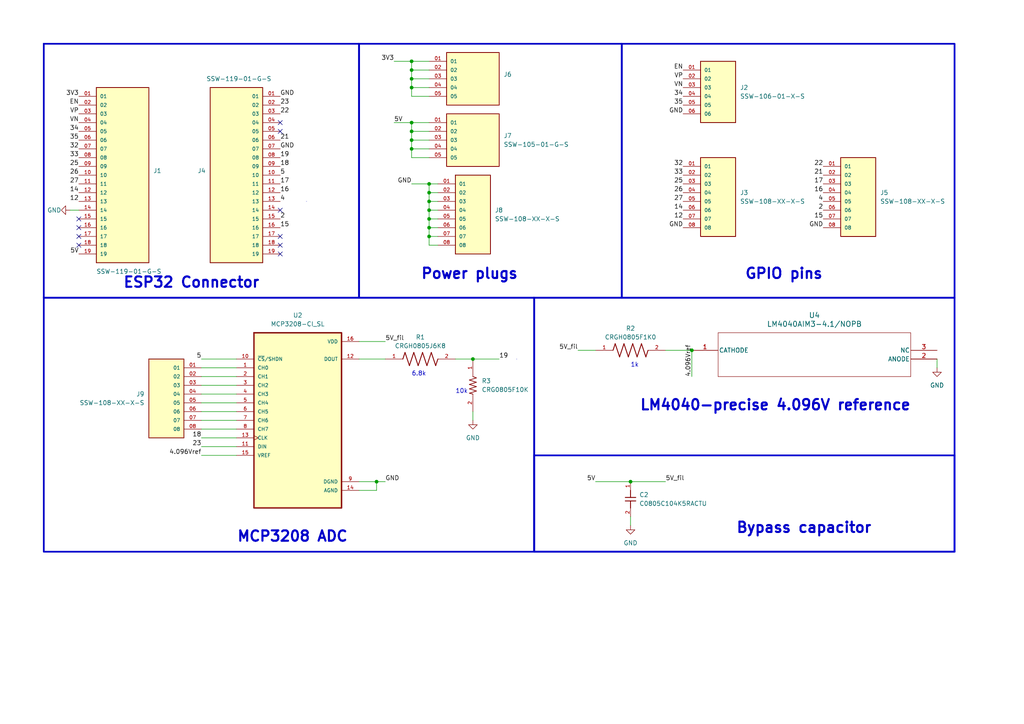
<source format=kicad_sch>
(kicad_sch (version 20230121) (generator eeschema)

  (uuid 996c196d-03ad-4899-a2b6-c90ccca4cce5)

  (paper "A4")

  (lib_symbols
    (symbol "2024-07-12_11-27-49:LM4040AIM3-4.1_NOPB" (pin_names (offset 0.254)) (in_bom yes) (on_board yes)
      (property "Reference" "U" (at 35.56 10.16 0)
        (effects (font (size 1.524 1.524)))
      )
      (property "Value" "LM4040AIM3-4.1/NOPB" (at 35.56 7.62 0)
        (effects (font (size 1.524 1.524)))
      )
      (property "Footprint" "DBZ3" (at 0 0 0)
        (effects (font (size 1.27 1.27) italic) hide)
      )
      (property "Datasheet" "LM4040AIM3-4.1/NOPB" (at 0 0 0)
        (effects (font (size 1.27 1.27) italic) hide)
      )
      (property "ki_locked" "" (at 0 0 0)
        (effects (font (size 1.27 1.27)))
      )
      (property "ki_keywords" "LM4040AIM3-4.1/NOPB" (at 0 0 0)
        (effects (font (size 1.27 1.27)) hide)
      )
      (property "ki_fp_filters" "DBZ3 DBZ3-M DBZ3-L" (at 0 0 0)
        (effects (font (size 1.27 1.27)) hide)
      )
      (symbol "LM4040AIM3-4.1_NOPB_0_1"
        (polyline
          (pts
            (xy 7.62 -7.62)
            (xy 63.5 -7.62)
          )
          (stroke (width 0.127) (type default))
          (fill (type none))
        )
        (polyline
          (pts
            (xy 7.62 5.08)
            (xy 7.62 -7.62)
          )
          (stroke (width 0.127) (type default))
          (fill (type none))
        )
        (polyline
          (pts
            (xy 63.5 -7.62)
            (xy 63.5 5.08)
          )
          (stroke (width 0.127) (type default))
          (fill (type none))
        )
        (polyline
          (pts
            (xy 63.5 5.08)
            (xy 7.62 5.08)
          )
          (stroke (width 0.127) (type default))
          (fill (type none))
        )
        (pin unspecified line (at 0 0 0) (length 7.62)
          (name "CATHODE" (effects (font (size 1.27 1.27))))
          (number "1" (effects (font (size 1.27 1.27))))
        )
        (pin unspecified line (at 71.12 -2.54 180) (length 7.62)
          (name "ANODE" (effects (font (size 1.27 1.27))))
          (number "2" (effects (font (size 1.27 1.27))))
        )
        (pin unspecified line (at 71.12 0 180) (length 7.62)
          (name "NC" (effects (font (size 1.27 1.27))))
          (number "3" (effects (font (size 1.27 1.27))))
        )
      )
    )
    (symbol "C0805C104K5RACTU:C0805C104K5RACTU" (pin_names (offset 1.016)) (in_bom yes) (on_board yes)
      (property "Reference" "C" (at 5.08 -5.08 0)
        (effects (font (size 1.27 1.27)) (justify left bottom))
      )
      (property "Value" "C0805C104K5RACTU" (at 5.08 -7.62 0)
        (effects (font (size 1.27 1.27)) (justify left bottom))
      )
      (property "Footprint" "C0805C104K5RACTU:CAPC2012X88N" (at 0 0 0)
        (effects (font (size 1.27 1.27)) (justify bottom) hide)
      )
      (property "Datasheet" "" (at 0 0 0)
        (effects (font (size 1.27 1.27)) hide)
      )
      (property "MF" "KEMET" (at 0 0 0)
        (effects (font (size 1.27 1.27)) (justify bottom) hide)
      )
      (property "Description" "\nCapacitor, Ceramic, Cap, .100uF, Tol 10%, SMT, 50V, X7R, Tape/Reel | KEMET C0805C104K5RACTU\n" (at 0 0 0)
        (effects (font (size 1.27 1.27)) (justify bottom) hide)
      )
      (property "Package" "Package" (at 0 0 0)
        (effects (font (size 1.27 1.27)) (justify bottom) hide)
      )
      (property "Price" "None" (at 0 0 0)
        (effects (font (size 1.27 1.27)) (justify bottom) hide)
      )
      (property "SnapEDA_Link" "https://www.snapeda.com/parts/C0805C104K5RACTU/KEMET/view-part/?ref=snap" (at 0 0 0)
        (effects (font (size 1.27 1.27)) (justify bottom) hide)
      )
      (property "MP" "C0805C104K5RACTU" (at 0 0 0)
        (effects (font (size 1.27 1.27)) (justify bottom) hide)
      )
      (property "Purchase-URL" "https://www.snapeda.com/api/url_track_click_mouser/?unipart_id=78586&manufacturer=KEMET&part_name=C0805C104K5RACTU&search_term= c0805c104k5ractu" (at 0 0 0)
        (effects (font (size 1.27 1.27)) (justify bottom) hide)
      )
      (property "Availability" "In Stock" (at 0 0 0)
        (effects (font (size 1.27 1.27)) (justify bottom) hide)
      )
      (property "Check_prices" "https://www.snapeda.com/parts/C0805C104K5RACTU/KEMET/view-part/?ref=eda" (at 0 0 0)
        (effects (font (size 1.27 1.27)) (justify bottom) hide)
      )
      (symbol "C0805C104K5RACTU_0_0"
        (polyline
          (pts
            (xy 2.54 -5.588)
            (xy 2.54 -7.62)
          )
          (stroke (width 0.254) (type default))
          (fill (type none))
        )
        (polyline
          (pts
            (xy 2.54 -2.54)
            (xy 2.54 -4.572)
          )
          (stroke (width 0.254) (type default))
          (fill (type none))
        )
        (polyline
          (pts
            (xy 4.064 -5.588)
            (xy 1.016 -5.588)
          )
          (stroke (width 0.254) (type default))
          (fill (type none))
        )
        (polyline
          (pts
            (xy 4.064 -4.572)
            (xy 1.016 -4.572)
          )
          (stroke (width 0.254) (type default))
          (fill (type none))
        )
        (pin passive line (at 2.54 0 270) (length 2.54)
          (name "~" (effects (font (size 1.016 1.016))))
          (number "1" (effects (font (size 1.016 1.016))))
        )
        (pin passive line (at 2.54 -10.16 90) (length 2.54)
          (name "~" (effects (font (size 1.016 1.016))))
          (number "2" (effects (font (size 1.016 1.016))))
        )
      )
    )
    (symbol "CRG0805F10K:CRG0805F10K" (pin_names (offset 1.016)) (in_bom yes) (on_board yes)
      (property "Reference" "R" (at -3.8108 1.4989 0)
        (effects (font (size 1.27 1.27)) (justify left bottom))
      )
      (property "Value" "CRG0805F10K" (at -3.8149 -3.3062 0)
        (effects (font (size 1.27 1.27)) (justify left bottom))
      )
      (property "Footprint" "CRG0805F10K:RESC2012X65N" (at 0 0 0)
        (effects (font (size 1.27 1.27)) (justify bottom) hide)
      )
      (property "Datasheet" "" (at 0 0 0)
        (effects (font (size 1.27 1.27)) hide)
      )
      (property "Comment" "1623097-1" (at 0 0 0)
        (effects (font (size 1.27 1.27)) (justify bottom) hide)
      )
      (property "MF" "TE Connectivity" (at 0 0 0)
        (effects (font (size 1.27 1.27)) (justify bottom) hide)
      )
      (property "Power_Rating" ".125 W" (at 0 0 0)
        (effects (font (size 1.27 1.27)) (justify bottom) hide)
      )
      (property "Package" "0805" (at 0 0 0)
        (effects (font (size 1.27 1.27)) (justify bottom) hide)
      )
      (property "Price" "None" (at 0 0 0)
        (effects (font (size 1.27 1.27)) (justify bottom) hide)
      )
      (property "Check_prices" "https://www.snapeda.com/parts/CRG0805F10K/TE+Connectivity+Passive+Product/view-part/?ref=eda" (at 0 0 0)
        (effects (font (size 1.27 1.27)) (justify bottom) hide)
      )
      (property "Resistance" "10K" (at 0 0 0)
        (effects (font (size 1.27 1.27)) (justify bottom) hide)
      )
      (property "SnapEDA_Link" "https://www.snapeda.com/parts/CRG0805F10K/TE+Connectivity+Passive+Product/view-part/?ref=snap" (at 0 0 0)
        (effects (font (size 1.27 1.27)) (justify bottom) hide)
      )
      (property "MP" "CRG0805F10K" (at 0 0 0)
        (effects (font (size 1.27 1.27)) (justify bottom) hide)
      )
      (property "Purchase-URL" "https://www.snapeda.com/api/url_track_click_mouser/?unipart_id=480372&manufacturer=TE Connectivity&part_name=CRG0805F10K&search_term=crg0805f10k" (at 0 0 0)
        (effects (font (size 1.27 1.27)) (justify bottom) hide)
      )
      (property "Voltage_Rating" "150 V" (at 0 0 0)
        (effects (font (size 1.27 1.27)) (justify bottom) hide)
      )
      (property "EU_RoHS_Compliance" "Compliant with Exemptions" (at 0 0 0)
        (effects (font (size 1.27 1.27)) (justify bottom) hide)
      )
      (property "Tolerance" "1%" (at 0 0 0)
        (effects (font (size 1.27 1.27)) (justify bottom) hide)
      )
      (property "Availability" "In Stock" (at 0 0 0)
        (effects (font (size 1.27 1.27)) (justify bottom) hide)
      )
      (property "Description" "\n10 kOhms ±1% 0.125W, 1/8W Chip Resistor 0805 (2012 Metric) Thick Film\n" (at 0 0 0)
        (effects (font (size 1.27 1.27)) (justify bottom) hide)
      )
      (symbol "CRG0805F10K_0_0"
        (polyline
          (pts
            (xy -2.54 0)
            (xy -2.159 1.016)
          )
          (stroke (width 0.2032) (type default))
          (fill (type none))
        )
        (polyline
          (pts
            (xy -2.159 1.016)
            (xy -1.524 -1.016)
          )
          (stroke (width 0.2032) (type default))
          (fill (type none))
        )
        (polyline
          (pts
            (xy -1.524 -1.016)
            (xy -0.889 1.016)
          )
          (stroke (width 0.2032) (type default))
          (fill (type none))
        )
        (polyline
          (pts
            (xy -0.889 1.016)
            (xy -0.254 -1.016)
          )
          (stroke (width 0.2032) (type default))
          (fill (type none))
        )
        (polyline
          (pts
            (xy -0.254 -1.016)
            (xy 0.381 1.016)
          )
          (stroke (width 0.2032) (type default))
          (fill (type none))
        )
        (polyline
          (pts
            (xy 0.381 1.016)
            (xy 1.016 -1.016)
          )
          (stroke (width 0.2032) (type default))
          (fill (type none))
        )
        (polyline
          (pts
            (xy 1.016 -1.016)
            (xy 1.651 1.016)
          )
          (stroke (width 0.2032) (type default))
          (fill (type none))
        )
        (polyline
          (pts
            (xy 1.651 1.016)
            (xy 2.286 -1.016)
          )
          (stroke (width 0.2032) (type default))
          (fill (type none))
        )
        (polyline
          (pts
            (xy 2.286 -1.016)
            (xy 2.54 0)
          )
          (stroke (width 0.2032) (type default))
          (fill (type none))
        )
        (pin passive line (at -7.62 0 0) (length 5.08)
          (name "~" (effects (font (size 1.016 1.016))))
          (number "1" (effects (font (size 1.016 1.016))))
        )
        (pin passive line (at 7.62 0 180) (length 5.08)
          (name "~" (effects (font (size 1.016 1.016))))
          (number "2" (effects (font (size 1.016 1.016))))
        )
      )
    )
    (symbol "CRGH0805F1K0:CRGH0805F1K0" (pin_names (offset 1.016)) (in_bom yes) (on_board yes)
      (property "Reference" "R" (at -7.6244 2.5415 0)
        (effects (font (size 1.27 1.27)) (justify left bottom))
      )
      (property "Value" "CRGH0805F1K0" (at -7.63 -5.0866 0)
        (effects (font (size 1.27 1.27)) (justify left bottom))
      )
      (property "Footprint" "CRGH0805F1K0:RESC2012X65N" (at 0 0 0)
        (effects (font (size 1.27 1.27)) (justify bottom) hide)
      )
      (property "Datasheet" "" (at 0 0 0)
        (effects (font (size 1.27 1.27)) hide)
      )
      (property "Comment" "9-1879509-4" (at 0 0 0)
        (effects (font (size 1.27 1.27)) (justify bottom) hide)
      )
      (property "MF" "TE Connectivity" (at 0 0 0)
        (effects (font (size 1.27 1.27)) (justify bottom) hide)
      )
      (property "Power_Rating" ".33 W" (at 0 0 0)
        (effects (font (size 1.27 1.27)) (justify bottom) hide)
      )
      (property "Package" "0805" (at 0 0 0)
        (effects (font (size 1.27 1.27)) (justify bottom) hide)
      )
      (property "Price" "None" (at 0 0 0)
        (effects (font (size 1.27 1.27)) (justify bottom) hide)
      )
      (property "Check_prices" "https://www.snapeda.com/parts/CRGH0805F1K0/TE+Connectivity/view-part/?ref=eda" (at 0 0 0)
        (effects (font (size 1.27 1.27)) (justify bottom) hide)
      )
      (property "Resistance" "1K" (at 0 0 0)
        (effects (font (size 1.27 1.27)) (justify bottom) hide)
      )
      (property "SnapEDA_Link" "https://www.snapeda.com/parts/CRGH0805F1K0/TE+Connectivity/view-part/?ref=snap" (at 0 0 0)
        (effects (font (size 1.27 1.27)) (justify bottom) hide)
      )
      (property "MP" "CRGH0805F1K0" (at 0 0 0)
        (effects (font (size 1.27 1.27)) (justify bottom) hide)
      )
      (property "Voltage_Rating" "150 V" (at 0 0 0)
        (effects (font (size 1.27 1.27)) (justify bottom) hide)
      )
      (property "EU_RoHS_Compliance" "Compliant with Exemptions" (at 0 0 0)
        (effects (font (size 1.27 1.27)) (justify bottom) hide)
      )
      (property "Tolerance" "1%" (at 0 0 0)
        (effects (font (size 1.27 1.27)) (justify bottom) hide)
      )
      (property "Availability" "In Stock" (at 0 0 0)
        (effects (font (size 1.27 1.27)) (justify bottom) hide)
      )
      (property "Description" "\nResistor, Thick Film, Surface Mnt, 0805 Case 1kOhm +/-1% 0.33W +/-200ppm/degC | TE Connectivity CRGH0805F1K0\n" (at 0 0 0)
        (effects (font (size 1.27 1.27)) (justify bottom) hide)
      )
      (symbol "CRGH0805F1K0_0_0"
        (polyline
          (pts
            (xy -5.08 0)
            (xy -4.445 1.905)
          )
          (stroke (width 0.254) (type default))
          (fill (type none))
        )
        (polyline
          (pts
            (xy -4.445 1.905)
            (xy -3.175 -1.905)
          )
          (stroke (width 0.254) (type default))
          (fill (type none))
        )
        (polyline
          (pts
            (xy -3.175 -1.905)
            (xy -1.905 1.905)
          )
          (stroke (width 0.254) (type default))
          (fill (type none))
        )
        (polyline
          (pts
            (xy -1.905 1.905)
            (xy -0.635 -1.905)
          )
          (stroke (width 0.254) (type default))
          (fill (type none))
        )
        (polyline
          (pts
            (xy -0.635 -1.905)
            (xy 0.635 1.905)
          )
          (stroke (width 0.254) (type default))
          (fill (type none))
        )
        (polyline
          (pts
            (xy 0.635 1.905)
            (xy 1.905 -1.905)
          )
          (stroke (width 0.254) (type default))
          (fill (type none))
        )
        (polyline
          (pts
            (xy 1.905 -1.905)
            (xy 3.175 1.905)
          )
          (stroke (width 0.254) (type default))
          (fill (type none))
        )
        (polyline
          (pts
            (xy 3.175 1.905)
            (xy 4.445 -1.905)
          )
          (stroke (width 0.254) (type default))
          (fill (type none))
        )
        (polyline
          (pts
            (xy 4.445 -1.905)
            (xy 5.08 0)
          )
          (stroke (width 0.254) (type default))
          (fill (type none))
        )
        (pin passive line (at -10.16 0 0) (length 5.08)
          (name "~" (effects (font (size 1.016 1.016))))
          (number "1" (effects (font (size 1.016 1.016))))
        )
        (pin passive line (at 10.16 0 180) (length 5.08)
          (name "~" (effects (font (size 1.016 1.016))))
          (number "2" (effects (font (size 1.016 1.016))))
        )
      )
    )
    (symbol "CRGH0805J6K8:CRGH0805J6K8" (pin_names (offset 1.016)) (in_bom yes) (on_board yes)
      (property "Reference" "R" (at -7.6244 2.5415 0)
        (effects (font (size 1.27 1.27)) (justify left bottom))
      )
      (property "Value" "CRGH0805J6K8" (at -7.63 -5.0866 0)
        (effects (font (size 1.27 1.27)) (justify left bottom))
      )
      (property "Footprint" "CRGH0805J6K8:RESC2012X65N" (at 0 0 0)
        (effects (font (size 1.27 1.27)) (justify bottom) hide)
      )
      (property "Datasheet" "" (at 0 0 0)
        (effects (font (size 1.27 1.27)) hide)
      )
      (property "Comment" "9-1879377-4" (at 0 0 0)
        (effects (font (size 1.27 1.27)) (justify bottom) hide)
      )
      (property "MF" "TE Connectivity" (at 0 0 0)
        (effects (font (size 1.27 1.27)) (justify bottom) hide)
      )
      (property "Power_Rating" ".33 W" (at 0 0 0)
        (effects (font (size 1.27 1.27)) (justify bottom) hide)
      )
      (property "Package" "0805" (at 0 0 0)
        (effects (font (size 1.27 1.27)) (justify bottom) hide)
      )
      (property "Price" "None" (at 0 0 0)
        (effects (font (size 1.27 1.27)) (justify bottom) hide)
      )
      (property "Check_prices" "https://www.snapeda.com/parts/CRGH0805J6K8/TE+Connectivity/view-part/?ref=eda" (at 0 0 0)
        (effects (font (size 1.27 1.27)) (justify bottom) hide)
      )
      (property "Resistance" "6.8K" (at 0 0 0)
        (effects (font (size 1.27 1.27)) (justify bottom) hide)
      )
      (property "SnapEDA_Link" "https://www.snapeda.com/parts/CRGH0805J6K8/TE+Connectivity/view-part/?ref=snap" (at 0 0 0)
        (effects (font (size 1.27 1.27)) (justify bottom) hide)
      )
      (property "MP" "CRGH0805J6K8" (at 0 0 0)
        (effects (font (size 1.27 1.27)) (justify bottom) hide)
      )
      (property "Voltage_Rating" "150 V" (at 0 0 0)
        (effects (font (size 1.27 1.27)) (justify bottom) hide)
      )
      (property "EU_RoHS_Compliance" "Compliant with Exemptions" (at 0 0 0)
        (effects (font (size 1.27 1.27)) (justify bottom) hide)
      )
      (property "Tolerance" "5%" (at 0 0 0)
        (effects (font (size 1.27 1.27)) (justify bottom) hide)
      )
      (property "Availability" "In Stock" (at 0 0 0)
        (effects (font (size 1.27 1.27)) (justify bottom) hide)
      )
      (property "Description" "\nResistor, Thick Film, Surface Mnt, 0805 6.8kOhm +/-5% 0.33W +/-200ppm/degC | TE Connectivity CRGH0805J6K8\n" (at 0 0 0)
        (effects (font (size 1.27 1.27)) (justify bottom) hide)
      )
      (symbol "CRGH0805J6K8_0_0"
        (polyline
          (pts
            (xy -5.08 0)
            (xy -4.445 1.905)
          )
          (stroke (width 0.254) (type default))
          (fill (type none))
        )
        (polyline
          (pts
            (xy -4.445 1.905)
            (xy -3.175 -1.905)
          )
          (stroke (width 0.254) (type default))
          (fill (type none))
        )
        (polyline
          (pts
            (xy -3.175 -1.905)
            (xy -1.905 1.905)
          )
          (stroke (width 0.254) (type default))
          (fill (type none))
        )
        (polyline
          (pts
            (xy -1.905 1.905)
            (xy -0.635 -1.905)
          )
          (stroke (width 0.254) (type default))
          (fill (type none))
        )
        (polyline
          (pts
            (xy -0.635 -1.905)
            (xy 0.635 1.905)
          )
          (stroke (width 0.254) (type default))
          (fill (type none))
        )
        (polyline
          (pts
            (xy 0.635 1.905)
            (xy 1.905 -1.905)
          )
          (stroke (width 0.254) (type default))
          (fill (type none))
        )
        (polyline
          (pts
            (xy 1.905 -1.905)
            (xy 3.175 1.905)
          )
          (stroke (width 0.254) (type default))
          (fill (type none))
        )
        (polyline
          (pts
            (xy 3.175 1.905)
            (xy 4.445 -1.905)
          )
          (stroke (width 0.254) (type default))
          (fill (type none))
        )
        (polyline
          (pts
            (xy 4.445 -1.905)
            (xy 5.08 0)
          )
          (stroke (width 0.254) (type default))
          (fill (type none))
        )
        (pin passive line (at -10.16 0 0) (length 5.08)
          (name "~" (effects (font (size 1.016 1.016))))
          (number "1" (effects (font (size 1.016 1.016))))
        )
        (pin passive line (at 10.16 0 180) (length 5.08)
          (name "~" (effects (font (size 1.016 1.016))))
          (number "2" (effects (font (size 1.016 1.016))))
        )
      )
    )
    (symbol "MCP3208-CI_SL:MCP3208-CI_SL" (pin_names (offset 1.016)) (in_bom yes) (on_board yes)
      (property "Reference" "U" (at -12.7 26.4 0)
        (effects (font (size 1.27 1.27)) (justify left bottom))
      )
      (property "Value" "MCP3208-CI_SL" (at -12.7 -29.4 0)
        (effects (font (size 1.27 1.27)) (justify left bottom))
      )
      (property "Footprint" "MCP3208-CI_SL:SOIC127P600X175-16N" (at 0 0 0)
        (effects (font (size 1.27 1.27)) (justify bottom) hide)
      )
      (property "Datasheet" "" (at 0 0 0)
        (effects (font (size 1.27 1.27)) hide)
      )
      (property "MF" "Microchip" (at 0 0 0)
        (effects (font (size 1.27 1.27)) (justify bottom) hide)
      )
      (property "Description" "\nMicrochip 12 bit Serial ADC Differential Input 16-Pin SOIC | Microchip Technology Inc. MCP3208-CI/SL\n" (at 0 0 0)
        (effects (font (size 1.27 1.27)) (justify bottom) hide)
      )
      (property "Package" "SOIC-16 Microchip" (at 0 0 0)
        (effects (font (size 1.27 1.27)) (justify bottom) hide)
      )
      (property "Price" "None" (at 0 0 0)
        (effects (font (size 1.27 1.27)) (justify bottom) hide)
      )
      (property "SnapEDA_Link" "https://www.snapeda.com/parts/MCP3208-CI/SL/Microchip/view-part/?ref=snap" (at 0 0 0)
        (effects (font (size 1.27 1.27)) (justify bottom) hide)
      )
      (property "MP" "MCP3208-CI/SL" (at 0 0 0)
        (effects (font (size 1.27 1.27)) (justify bottom) hide)
      )
      (property "Purchase-URL" "https://www.snapeda.com/api/url_track_click_mouser/?unipart_id=43794&manufacturer=Microchip&part_name=MCP3208-CI/SL&search_term=mcp3208" (at 0 0 0)
        (effects (font (size 1.27 1.27)) (justify bottom) hide)
      )
      (property "Availability" "In Stock" (at 0 0 0)
        (effects (font (size 1.27 1.27)) (justify bottom) hide)
      )
      (property "Check_prices" "https://www.snapeda.com/parts/MCP3208-CI/SL/Microchip/view-part/?ref=eda" (at 0 0 0)
        (effects (font (size 1.27 1.27)) (justify bottom) hide)
      )
      (symbol "MCP3208-CI_SL_0_0"
        (rectangle (start -12.7 -25.4) (end 12.7 25.4)
          (stroke (width 0.41) (type default))
          (fill (type background))
        )
        (pin input line (at -17.78 15.24 0) (length 5.08)
          (name "CH0" (effects (font (size 1.016 1.016))))
          (number "1" (effects (font (size 1.016 1.016))))
        )
        (pin input line (at -17.78 17.78 0) (length 5.08)
          (name "~{CS}/SHDN" (effects (font (size 1.016 1.016))))
          (number "10" (effects (font (size 1.016 1.016))))
        )
        (pin input line (at -17.78 -7.62 0) (length 5.08)
          (name "DIN" (effects (font (size 1.016 1.016))))
          (number "11" (effects (font (size 1.016 1.016))))
        )
        (pin output line (at 17.78 17.78 180) (length 5.08)
          (name "DOUT" (effects (font (size 1.016 1.016))))
          (number "12" (effects (font (size 1.016 1.016))))
        )
        (pin input clock (at -17.78 -5.08 0) (length 5.08)
          (name "CLK" (effects (font (size 1.016 1.016))))
          (number "13" (effects (font (size 1.016 1.016))))
        )
        (pin power_in line (at 17.78 -20.32 180) (length 5.08)
          (name "AGND" (effects (font (size 1.016 1.016))))
          (number "14" (effects (font (size 1.016 1.016))))
        )
        (pin input line (at -17.78 -10.16 0) (length 5.08)
          (name "VREF" (effects (font (size 1.016 1.016))))
          (number "15" (effects (font (size 1.016 1.016))))
        )
        (pin power_in line (at 17.78 22.86 180) (length 5.08)
          (name "VDD" (effects (font (size 1.016 1.016))))
          (number "16" (effects (font (size 1.016 1.016))))
        )
        (pin input line (at -17.78 12.7 0) (length 5.08)
          (name "CH1" (effects (font (size 1.016 1.016))))
          (number "2" (effects (font (size 1.016 1.016))))
        )
        (pin input line (at -17.78 10.16 0) (length 5.08)
          (name "CH2" (effects (font (size 1.016 1.016))))
          (number "3" (effects (font (size 1.016 1.016))))
        )
        (pin input line (at -17.78 7.62 0) (length 5.08)
          (name "CH3" (effects (font (size 1.016 1.016))))
          (number "4" (effects (font (size 1.016 1.016))))
        )
        (pin input line (at -17.78 5.08 0) (length 5.08)
          (name "CH4" (effects (font (size 1.016 1.016))))
          (number "5" (effects (font (size 1.016 1.016))))
        )
        (pin input line (at -17.78 2.54 0) (length 5.08)
          (name "CH5" (effects (font (size 1.016 1.016))))
          (number "6" (effects (font (size 1.016 1.016))))
        )
        (pin input line (at -17.78 0 0) (length 5.08)
          (name "CH6" (effects (font (size 1.016 1.016))))
          (number "7" (effects (font (size 1.016 1.016))))
        )
        (pin input line (at -17.78 -2.54 0) (length 5.08)
          (name "CH7" (effects (font (size 1.016 1.016))))
          (number "8" (effects (font (size 1.016 1.016))))
        )
        (pin power_in line (at 17.78 -17.78 180) (length 5.08)
          (name "DGND" (effects (font (size 1.016 1.016))))
          (number "9" (effects (font (size 1.016 1.016))))
        )
      )
    )
    (symbol "SSW-105-01-G-S:SSW-105-01-G-S" (pin_names (offset 1.016)) (in_bom yes) (on_board yes)
      (property "Reference" "J" (at -8.12 7.62 0)
        (effects (font (size 1.27 1.27)) (justify left bottom))
      )
      (property "Value" "SSW-105-01-G-S" (at -7.62 -10.16 0)
        (effects (font (size 1.27 1.27)) (justify left bottom))
      )
      (property "Footprint" "SSW-105-01-G-S:SAMTEC_SSW-105-01-G-S" (at 0 0 0)
        (effects (font (size 1.27 1.27)) (justify bottom) hide)
      )
      (property "Datasheet" "" (at 0 0 0)
        (effects (font (size 1.27 1.27)) hide)
      )
      (property "MF" "Samtec Inc." (at 0 0 0)
        (effects (font (size 1.27 1.27)) (justify bottom) hide)
      )
      (property "Description" "\nSSW - Samtec 2.54mm Single Row Straight Socket Strip 8.5 Profile - Fast Stock\n" (at 0 0 0)
        (effects (font (size 1.27 1.27)) (justify bottom) hide)
      )
      (property "Package" "None" (at 0 0 0)
        (effects (font (size 1.27 1.27)) (justify bottom) hide)
      )
      (property "Price" "None" (at 0 0 0)
        (effects (font (size 1.27 1.27)) (justify bottom) hide)
      )
      (property "Check_prices" "https://www.snapeda.com/parts/SSW-105-01-G-S/Samtec+Inc./view-part/?ref=eda" (at 0 0 0)
        (effects (font (size 1.27 1.27)) (justify bottom) hide)
      )
      (property "STANDARD" "Manufacturer Recommendations" (at 0 0 0)
        (effects (font (size 1.27 1.27)) (justify bottom) hide)
      )
      (property "PARTREV" "R" (at 0 0 0)
        (effects (font (size 1.27 1.27)) (justify bottom) hide)
      )
      (property "SnapEDA_Link" "https://www.snapeda.com/parts/SSW-105-01-G-S/Samtec+Inc./view-part/?ref=snap" (at 0 0 0)
        (effects (font (size 1.27 1.27)) (justify bottom) hide)
      )
      (property "MP" "SSW-105-01-G-S" (at 0 0 0)
        (effects (font (size 1.27 1.27)) (justify bottom) hide)
      )
      (property "Availability" "In Stock" (at 0 0 0)
        (effects (font (size 1.27 1.27)) (justify bottom) hide)
      )
      (property "MANUFACTURER" "Samtec Inc." (at 0 0 0)
        (effects (font (size 1.27 1.27)) (justify bottom) hide)
      )
      (symbol "SSW-105-01-G-S_0_0"
        (rectangle (start -7.62 -7.62) (end 7.62 7.62)
          (stroke (width 0.254) (type default))
          (fill (type background))
        )
        (pin passive line (at -12.7 5.08 0) (length 5.08)
          (name "01" (effects (font (size 1.016 1.016))))
          (number "01" (effects (font (size 1.016 1.016))))
        )
        (pin passive line (at -12.7 2.54 0) (length 5.08)
          (name "02" (effects (font (size 1.016 1.016))))
          (number "02" (effects (font (size 1.016 1.016))))
        )
        (pin passive line (at -12.7 0 0) (length 5.08)
          (name "03" (effects (font (size 1.016 1.016))))
          (number "03" (effects (font (size 1.016 1.016))))
        )
        (pin passive line (at -12.7 -2.54 0) (length 5.08)
          (name "04" (effects (font (size 1.016 1.016))))
          (number "04" (effects (font (size 1.016 1.016))))
        )
        (pin passive line (at -12.7 -5.08 0) (length 5.08)
          (name "05" (effects (font (size 1.016 1.016))))
          (number "05" (effects (font (size 1.016 1.016))))
        )
      )
    )
    (symbol "SSW-106-01-X-S:SSW-106-01-X-S" (pin_names (offset 1.016)) (in_bom yes) (on_board yes)
      (property "Reference" "J" (at -5.08 8.89 0)
        (effects (font (size 1.27 1.27)) (justify left bottom))
      )
      (property "Value" "SSW-106-01-X-S" (at -5.08 -11.43 0)
        (effects (font (size 1.27 1.27)) (justify left top))
      )
      (property "Footprint" "SSW-106-01-X-S:SAMTEC_SSW-106-01-X-S" (at 0 0 0)
        (effects (font (size 1.27 1.27)) (justify bottom) hide)
      )
      (property "Datasheet" "" (at 0 0 0)
        (effects (font (size 1.27 1.27)) hide)
      )
      (property "DigiKey_Part_Number" "SAM1209-06-ND" (at 0 0 0)
        (effects (font (size 1.27 1.27)) (justify bottom) hide)
      )
      (property "SnapEDA_Link" "https://www.snapeda.com/parts/SSW-106-01-G-S/Samtec+Inc./view-part/?ref=snap" (at 0 0 0)
        (effects (font (size 1.27 1.27)) (justify bottom) hide)
      )
      (property "MAXIMUM_PACKAGE_HEIGHT" "8.51 mm" (at 0 0 0)
        (effects (font (size 1.27 1.27)) (justify bottom) hide)
      )
      (property "Package" "None" (at 0 0 0)
        (effects (font (size 1.27 1.27)) (justify bottom) hide)
      )
      (property "Check_prices" "https://www.snapeda.com/parts/SSW-106-01-G-S/Samtec+Inc./view-part/?ref=eda" (at 0 0 0)
        (effects (font (size 1.27 1.27)) (justify bottom) hide)
      )
      (property "STANDARD" "Manufacturer Recommendations" (at 0 0 0)
        (effects (font (size 1.27 1.27)) (justify bottom) hide)
      )
      (property "PARTREV" "A" (at 0 0 0)
        (effects (font (size 1.27 1.27)) (justify bottom) hide)
      )
      (property "MF" "Samtec Inc." (at 0 0 0)
        (effects (font (size 1.27 1.27)) (justify bottom) hide)
      )
      (property "MP" "SSW-106-01-G-S" (at 0 0 0)
        (effects (font (size 1.27 1.27)) (justify bottom) hide)
      )
      (property "Description" "\nSSW - Samtec 2.54mm Single Row Straight Socket Strip 8.5 Profile - Fast Stock\n" (at 0 0 0)
        (effects (font (size 1.27 1.27)) (justify bottom) hide)
      )
      (property "MANUFACTURER" "Samtec" (at 0 0 0)
        (effects (font (size 1.27 1.27)) (justify bottom) hide)
      )
      (symbol "SSW-106-01-X-S_0_0"
        (rectangle (start -5.08 -10.16) (end 5.08 7.62)
          (stroke (width 0.254) (type default))
          (fill (type background))
        )
        (pin passive line (at -10.16 5.08 0) (length 5.08)
          (name "01" (effects (font (size 1.016 1.016))))
          (number "01" (effects (font (size 1.016 1.016))))
        )
        (pin passive line (at -10.16 2.54 0) (length 5.08)
          (name "02" (effects (font (size 1.016 1.016))))
          (number "02" (effects (font (size 1.016 1.016))))
        )
        (pin passive line (at -10.16 0 0) (length 5.08)
          (name "03" (effects (font (size 1.016 1.016))))
          (number "03" (effects (font (size 1.016 1.016))))
        )
        (pin passive line (at -10.16 -2.54 0) (length 5.08)
          (name "04" (effects (font (size 1.016 1.016))))
          (number "04" (effects (font (size 1.016 1.016))))
        )
        (pin passive line (at -10.16 -5.08 0) (length 5.08)
          (name "05" (effects (font (size 1.016 1.016))))
          (number "05" (effects (font (size 1.016 1.016))))
        )
        (pin passive line (at -10.16 -7.62 0) (length 5.08)
          (name "06" (effects (font (size 1.016 1.016))))
          (number "06" (effects (font (size 1.016 1.016))))
        )
      )
    )
    (symbol "SSW-108-XX-X-S:SSW-108-XX-X-S" (pin_names (offset 1.016)) (in_bom yes) (on_board yes)
      (property "Reference" "J" (at -5.08 11.43 0)
        (effects (font (size 1.27 1.27)) (justify left bottom))
      )
      (property "Value" "SSW-108-XX-X-S" (at -5.08 -13.97 0)
        (effects (font (size 1.27 1.27)) (justify left top))
      )
      (property "Footprint" "SSW-108-XX-X-S:SAMTEC_SSW-108-XX-X-S" (at 0 0 0)
        (effects (font (size 1.27 1.27)) (justify bottom) hide)
      )
      (property "Datasheet" "" (at 0 0 0)
        (effects (font (size 1.27 1.27)) hide)
      )
      (property "MF" "Samtec Inc." (at 0 0 0)
        (effects (font (size 1.27 1.27)) (justify bottom) hide)
      )
      (property "Description" "\n8 Position Receptacle Connector 0.100 (2.54mm) Through Hole, Right Angle Tin\n" (at 0 0 0)
        (effects (font (size 1.27 1.27)) (justify bottom) hide)
      )
      (property "Package" "None" (at 0 0 0)
        (effects (font (size 1.27 1.27)) (justify bottom) hide)
      )
      (property "Price" "None" (at 0 0 0)
        (effects (font (size 1.27 1.27)) (justify bottom) hide)
      )
      (property "Check_prices" "https://www.snapeda.com/parts/SSW-108-03-T-S/Samtec+Inc./view-part/?ref=eda" (at 0 0 0)
        (effects (font (size 1.27 1.27)) (justify bottom) hide)
      )
      (property "STANDARD" "Manufacturer Recommendations" (at 0 0 0)
        (effects (font (size 1.27 1.27)) (justify bottom) hide)
      )
      (property "PARTREV" "A" (at 0 0 0)
        (effects (font (size 1.27 1.27)) (justify bottom) hide)
      )
      (property "SnapEDA_Link" "https://www.snapeda.com/parts/SSW-108-03-T-S/Samtec+Inc./view-part/?ref=snap" (at 0 0 0)
        (effects (font (size 1.27 1.27)) (justify bottom) hide)
      )
      (property "MP" "SSW-108-03-T-S" (at 0 0 0)
        (effects (font (size 1.27 1.27)) (justify bottom) hide)
      )
      (property "Availability" "In Stock" (at 0 0 0)
        (effects (font (size 1.27 1.27)) (justify bottom) hide)
      )
      (property "MANUFACTURER" "Samtec" (at 0 0 0)
        (effects (font (size 1.27 1.27)) (justify bottom) hide)
      )
      (symbol "SSW-108-XX-X-S_0_0"
        (rectangle (start -5.08 -12.7) (end 5.08 10.16)
          (stroke (width 0.254) (type default))
          (fill (type background))
        )
        (pin passive line (at -10.16 7.62 0) (length 5.08)
          (name "01" (effects (font (size 1.016 1.016))))
          (number "01" (effects (font (size 1.016 1.016))))
        )
        (pin passive line (at -10.16 5.08 0) (length 5.08)
          (name "02" (effects (font (size 1.016 1.016))))
          (number "02" (effects (font (size 1.016 1.016))))
        )
        (pin passive line (at -10.16 2.54 0) (length 5.08)
          (name "03" (effects (font (size 1.016 1.016))))
          (number "03" (effects (font (size 1.016 1.016))))
        )
        (pin passive line (at -10.16 0 0) (length 5.08)
          (name "04" (effects (font (size 1.016 1.016))))
          (number "04" (effects (font (size 1.016 1.016))))
        )
        (pin passive line (at -10.16 -2.54 0) (length 5.08)
          (name "05" (effects (font (size 1.016 1.016))))
          (number "05" (effects (font (size 1.016 1.016))))
        )
        (pin passive line (at -10.16 -5.08 0) (length 5.08)
          (name "06" (effects (font (size 1.016 1.016))))
          (number "06" (effects (font (size 1.016 1.016))))
        )
        (pin passive line (at -10.16 -7.62 0) (length 5.08)
          (name "07" (effects (font (size 1.016 1.016))))
          (number "07" (effects (font (size 1.016 1.016))))
        )
        (pin passive line (at -10.16 -10.16 0) (length 5.08)
          (name "08" (effects (font (size 1.016 1.016))))
          (number "08" (effects (font (size 1.016 1.016))))
        )
      )
    )
    (symbol "SSW-119-01-G-S:SSW-119-01-G-S" (pin_names (offset 1.016)) (in_bom yes) (on_board yes)
      (property "Reference" "J" (at -8.12 25.4 0)
        (effects (font (size 1.27 1.27)) (justify left bottom))
      )
      (property "Value" "SSW-119-01-G-S" (at -7.62 -27.94 0)
        (effects (font (size 1.27 1.27)) (justify left bottom))
      )
      (property "Footprint" "SSW-119-01-G-S:SAMTEC_SSW-119-01-G-S" (at 0 0 0)
        (effects (font (size 1.27 1.27)) (justify bottom) hide)
      )
      (property "Datasheet" "" (at 0 0 0)
        (effects (font (size 1.27 1.27)) hide)
      )
      (property "MF" "Samtec" (at 0 0 0)
        (effects (font (size 1.27 1.27)) (justify bottom) hide)
      )
      (property "Description" "\n19 Position Receptacle Connector 0.100 (2.54mm) Through Hole Gold\n" (at 0 0 0)
        (effects (font (size 1.27 1.27)) (justify bottom) hide)
      )
      (property "Package" "None" (at 0 0 0)
        (effects (font (size 1.27 1.27)) (justify bottom) hide)
      )
      (property "Price" "None" (at 0 0 0)
        (effects (font (size 1.27 1.27)) (justify bottom) hide)
      )
      (property "Check_prices" "https://www.snapeda.com/parts/SSW-119-01-G-S/Samtec/view-part/?ref=eda" (at 0 0 0)
        (effects (font (size 1.27 1.27)) (justify bottom) hide)
      )
      (property "STANDARD" "Manufacturer Recommendations" (at 0 0 0)
        (effects (font (size 1.27 1.27)) (justify bottom) hide)
      )
      (property "PARTREV" "R" (at 0 0 0)
        (effects (font (size 1.27 1.27)) (justify bottom) hide)
      )
      (property "SnapEDA_Link" "https://www.snapeda.com/parts/SSW-119-01-G-S/Samtec/view-part/?ref=snap" (at 0 0 0)
        (effects (font (size 1.27 1.27)) (justify bottom) hide)
      )
      (property "MP" "SSW-119-01-G-S" (at 0 0 0)
        (effects (font (size 1.27 1.27)) (justify bottom) hide)
      )
      (property "Availability" "In Stock" (at 0 0 0)
        (effects (font (size 1.27 1.27)) (justify bottom) hide)
      )
      (property "MANUFACTURER" "Samtec" (at 0 0 0)
        (effects (font (size 1.27 1.27)) (justify bottom) hide)
      )
      (symbol "SSW-119-01-G-S_0_0"
        (rectangle (start -7.62 -25.4) (end 7.62 25.4)
          (stroke (width 0.254) (type default))
          (fill (type background))
        )
        (pin passive line (at -12.7 22.86 0) (length 5.08)
          (name "01" (effects (font (size 1.016 1.016))))
          (number "01" (effects (font (size 1.016 1.016))))
        )
        (pin passive line (at -12.7 20.32 0) (length 5.08)
          (name "02" (effects (font (size 1.016 1.016))))
          (number "02" (effects (font (size 1.016 1.016))))
        )
        (pin passive line (at -12.7 17.78 0) (length 5.08)
          (name "03" (effects (font (size 1.016 1.016))))
          (number "03" (effects (font (size 1.016 1.016))))
        )
        (pin passive line (at -12.7 15.24 0) (length 5.08)
          (name "04" (effects (font (size 1.016 1.016))))
          (number "04" (effects (font (size 1.016 1.016))))
        )
        (pin passive line (at -12.7 12.7 0) (length 5.08)
          (name "05" (effects (font (size 1.016 1.016))))
          (number "05" (effects (font (size 1.016 1.016))))
        )
        (pin passive line (at -12.7 10.16 0) (length 5.08)
          (name "06" (effects (font (size 1.016 1.016))))
          (number "06" (effects (font (size 1.016 1.016))))
        )
        (pin passive line (at -12.7 7.62 0) (length 5.08)
          (name "07" (effects (font (size 1.016 1.016))))
          (number "07" (effects (font (size 1.016 1.016))))
        )
        (pin passive line (at -12.7 5.08 0) (length 5.08)
          (name "08" (effects (font (size 1.016 1.016))))
          (number "08" (effects (font (size 1.016 1.016))))
        )
        (pin passive line (at -12.7 2.54 0) (length 5.08)
          (name "09" (effects (font (size 1.016 1.016))))
          (number "09" (effects (font (size 1.016 1.016))))
        )
        (pin passive line (at -12.7 0 0) (length 5.08)
          (name "10" (effects (font (size 1.016 1.016))))
          (number "10" (effects (font (size 1.016 1.016))))
        )
        (pin passive line (at -12.7 -2.54 0) (length 5.08)
          (name "11" (effects (font (size 1.016 1.016))))
          (number "11" (effects (font (size 1.016 1.016))))
        )
        (pin passive line (at -12.7 -5.08 0) (length 5.08)
          (name "12" (effects (font (size 1.016 1.016))))
          (number "12" (effects (font (size 1.016 1.016))))
        )
        (pin passive line (at -12.7 -7.62 0) (length 5.08)
          (name "13" (effects (font (size 1.016 1.016))))
          (number "13" (effects (font (size 1.016 1.016))))
        )
        (pin passive line (at -12.7 -10.16 0) (length 5.08)
          (name "14" (effects (font (size 1.016 1.016))))
          (number "14" (effects (font (size 1.016 1.016))))
        )
        (pin passive line (at -12.7 -12.7 0) (length 5.08)
          (name "15" (effects (font (size 1.016 1.016))))
          (number "15" (effects (font (size 1.016 1.016))))
        )
        (pin passive line (at -12.7 -15.24 0) (length 5.08)
          (name "16" (effects (font (size 1.016 1.016))))
          (number "16" (effects (font (size 1.016 1.016))))
        )
        (pin passive line (at -12.7 -17.78 0) (length 5.08)
          (name "17" (effects (font (size 1.016 1.016))))
          (number "17" (effects (font (size 1.016 1.016))))
        )
        (pin passive line (at -12.7 -20.32 0) (length 5.08)
          (name "18" (effects (font (size 1.016 1.016))))
          (number "18" (effects (font (size 1.016 1.016))))
        )
        (pin passive line (at -12.7 -22.86 0) (length 5.08)
          (name "19" (effects (font (size 1.016 1.016))))
          (number "19" (effects (font (size 1.016 1.016))))
        )
      )
    )
    (symbol "power:GND" (power) (pin_names (offset 0)) (in_bom yes) (on_board yes)
      (property "Reference" "#PWR" (at 0 -6.35 0)
        (effects (font (size 1.27 1.27)) hide)
      )
      (property "Value" "GND" (at 0 -3.81 0)
        (effects (font (size 1.27 1.27)))
      )
      (property "Footprint" "" (at 0 0 0)
        (effects (font (size 1.27 1.27)) hide)
      )
      (property "Datasheet" "" (at 0 0 0)
        (effects (font (size 1.27 1.27)) hide)
      )
      (property "ki_keywords" "global power" (at 0 0 0)
        (effects (font (size 1.27 1.27)) hide)
      )
      (property "ki_description" "Power symbol creates a global label with name \"GND\" , ground" (at 0 0 0)
        (effects (font (size 1.27 1.27)) hide)
      )
      (symbol "GND_0_1"
        (polyline
          (pts
            (xy 0 0)
            (xy 0 -1.27)
            (xy 1.27 -1.27)
            (xy 0 -2.54)
            (xy -1.27 -1.27)
            (xy 0 -1.27)
          )
          (stroke (width 0) (type default))
          (fill (type none))
        )
      )
      (symbol "GND_1_1"
        (pin power_in line (at 0 0 270) (length 0) hide
          (name "GND" (effects (font (size 1.27 1.27))))
          (number "1" (effects (font (size 1.27 1.27))))
        )
      )
    )
  )

  (junction (at 119.38 40.64) (diameter 0) (color 0 0 0 0)
    (uuid 0d80ed4f-c082-448d-aa7a-4d27ba880f77)
  )
  (junction (at 124.46 68.58) (diameter 0) (color 0 0 0 0)
    (uuid 164bf0eb-5741-42ad-8985-643edde9dbbe)
  )
  (junction (at 119.38 20.32) (diameter 0) (color 0 0 0 0)
    (uuid 170d7ba1-7442-41c5-af23-e4407538a12b)
  )
  (junction (at 137.16 104.14) (diameter 0) (color 0 0 0 0)
    (uuid 2f04a141-2d8a-4ae6-a5f3-3fd425aeedf1)
  )
  (junction (at 124.46 53.34) (diameter 0) (color 0 0 0 0)
    (uuid 2fce2761-2625-42e7-ae52-214e1334cb5a)
  )
  (junction (at 119.38 22.86) (diameter 0) (color 0 0 0 0)
    (uuid 39001d54-d260-4d03-82c8-2e6f27f4a9bc)
  )
  (junction (at 119.38 38.1) (diameter 0) (color 0 0 0 0)
    (uuid 472c6121-47bc-4c58-bb9d-502d8137d766)
  )
  (junction (at 124.46 58.42) (diameter 0) (color 0 0 0 0)
    (uuid 5c5ddfd7-a757-4452-9569-84bb7399461a)
  )
  (junction (at 119.38 25.4) (diameter 0) (color 0 0 0 0)
    (uuid 6bd2010c-589c-4e33-882f-31948cf1e95c)
  )
  (junction (at 124.46 63.5) (diameter 0) (color 0 0 0 0)
    (uuid 6c5ec71b-674d-4d4d-b70e-58651d3a4927)
  )
  (junction (at 124.46 55.88) (diameter 0) (color 0 0 0 0)
    (uuid a2c16090-57ee-4651-aa3d-79c070ec59c5)
  )
  (junction (at 119.38 17.78) (diameter 0) (color 0 0 0 0)
    (uuid a892fb46-1a50-459a-a024-05c152f8a3f9)
  )
  (junction (at 124.46 60.96) (diameter 0) (color 0 0 0 0)
    (uuid c0875c13-76f3-4e54-84c5-48b3ac29456c)
  )
  (junction (at 119.38 35.56) (diameter 0) (color 0 0 0 0)
    (uuid c3378ec0-2958-4cc1-805e-215d85ba1e77)
  )
  (junction (at 124.46 66.04) (diameter 0) (color 0 0 0 0)
    (uuid c5230093-635d-45e6-be59-8b0c66b14b69)
  )
  (junction (at 182.88 139.7) (diameter 0) (color 0 0 0 0)
    (uuid e5bc55ac-b19c-4697-aa08-8b41aa0fd1b4)
  )
  (junction (at 109.22 139.7) (diameter 0) (color 0 0 0 0)
    (uuid e64d99a7-5822-43f5-bfc7-cf19f575025b)
  )
  (junction (at 119.38 43.18) (diameter 0) (color 0 0 0 0)
    (uuid f8993ce4-ce17-498f-84eb-572c13b03352)
  )
  (junction (at 200.66 101.6) (diameter 0) (color 0 0 0 0)
    (uuid faabab72-df48-48f6-9256-d6291710a571)
  )

  (no_connect (at 81.28 68.58) (uuid 213cba78-9b88-4b17-b1f0-567859f934a6))
  (no_connect (at 81.28 71.12) (uuid 33a337a4-c8f2-49b3-9d3c-5ce27ac0ae84))
  (no_connect (at 81.28 73.66) (uuid 7dbea5f4-2b2e-48cb-8d65-f6a8524b08d7))
  (no_connect (at 22.86 71.12) (uuid 821a844f-3185-48d0-aef8-b600877f7dbd))
  (no_connect (at 81.28 60.96) (uuid 87b4124c-0c53-4524-8d3c-dd810e85fd0b))
  (no_connect (at 81.28 38.1) (uuid 90784608-043e-4340-abcb-3d2eadd85592))
  (no_connect (at 22.86 63.5) (uuid 93981516-b9ae-4d86-878d-33fb162e5102))
  (no_connect (at 81.28 35.56) (uuid 9923d8a0-f306-4cb3-bc30-a63df93041df))
  (no_connect (at 22.86 66.04) (uuid bd0d45fe-56f4-48f2-96d4-f1262e25471e))
  (no_connect (at 22.86 68.58) (uuid c327e021-76ea-4b20-9663-39b6ecc68765))

  (wire (pts (xy 124.46 55.88) (xy 127 55.88))
    (stroke (width 0) (type default))
    (uuid 0617f96a-a53f-45a8-a397-caf2c32d0122)
  )
  (wire (pts (xy 193.04 101.6) (xy 200.66 101.6))
    (stroke (width 0) (type default))
    (uuid 0c7308b0-6a85-4596-aa70-1aee05d2be47)
  )
  (wire (pts (xy 124.46 68.58) (xy 124.46 71.12))
    (stroke (width 0) (type default))
    (uuid 102ae510-e2b6-4bff-9652-f119288d5155)
  )
  (wire (pts (xy 104.14 142.24) (xy 109.22 142.24))
    (stroke (width 0) (type default))
    (uuid 11957c00-c699-4e22-8012-11e85ffc6aa5)
  )
  (wire (pts (xy 119.38 38.1) (xy 119.38 40.64))
    (stroke (width 0) (type default))
    (uuid 1332a5b0-2476-4b0e-948f-bfc794240a38)
  )
  (wire (pts (xy 182.88 139.7) (xy 193.04 139.7))
    (stroke (width 0) (type default))
    (uuid 135f3889-d51c-4712-a949-c75f3bb1ed31)
  )
  (wire (pts (xy 137.16 104.14) (xy 144.78 104.14))
    (stroke (width 0) (type default))
    (uuid 17214c6e-b986-445a-87d1-67794cad2f66)
  )
  (wire (pts (xy 124.46 55.88) (xy 124.46 58.42))
    (stroke (width 0) (type default))
    (uuid 252015c7-9b67-4b6e-992d-e737fec107e8)
  )
  (wire (pts (xy 58.42 104.14) (xy 68.58 104.14))
    (stroke (width 0) (type default))
    (uuid 2e0b553b-fa73-4a40-84af-1fb8542aeeff)
  )
  (wire (pts (xy 119.38 45.72) (xy 124.46 45.72))
    (stroke (width 0) (type default))
    (uuid 30a0e9ad-78cc-44d8-8b96-5f24eb44d70b)
  )
  (wire (pts (xy 119.38 53.34) (xy 124.46 53.34))
    (stroke (width 0) (type default))
    (uuid 31cf7b48-1372-410d-b425-986694e49a61)
  )
  (wire (pts (xy 58.42 106.68) (xy 68.58 106.68))
    (stroke (width 0) (type default))
    (uuid 3563a087-ab7f-4e8f-a365-f0c7c40ed463)
  )
  (wire (pts (xy 124.46 53.34) (xy 127 53.34))
    (stroke (width 0) (type default))
    (uuid 3c235937-0043-47a1-8e1c-b1e8ba39b4c8)
  )
  (wire (pts (xy 124.46 71.12) (xy 127 71.12))
    (stroke (width 0) (type default))
    (uuid 45a1bd97-a647-4724-b3b2-cd1fb734dde5)
  )
  (wire (pts (xy 111.76 99.06) (xy 104.14 99.06))
    (stroke (width 0) (type default))
    (uuid 4d60734e-f7ee-4813-95ae-da5455aa3f35)
  )
  (wire (pts (xy 58.42 119.38) (xy 68.58 119.38))
    (stroke (width 0) (type default))
    (uuid 4daba8e7-a964-44e7-914d-3a85859848f4)
  )
  (wire (pts (xy 124.46 66.04) (xy 124.46 68.58))
    (stroke (width 0) (type default))
    (uuid 52b0b9c1-6766-4032-9177-59a24fe4e83c)
  )
  (wire (pts (xy 114.3 17.78) (xy 119.38 17.78))
    (stroke (width 0) (type default))
    (uuid 53cba43d-65a7-4d6b-8b61-2aaf75c4515e)
  )
  (wire (pts (xy 104.14 104.14) (xy 111.76 104.14))
    (stroke (width 0) (type default))
    (uuid 585a9af5-bb65-4de2-ba0d-cc8a3ca1569d)
  )
  (wire (pts (xy 124.46 63.5) (xy 127 63.5))
    (stroke (width 0) (type default))
    (uuid 62ce8305-77f7-4810-9474-ac6e79c3e2fa)
  )
  (wire (pts (xy 124.46 60.96) (xy 127 60.96))
    (stroke (width 0) (type default))
    (uuid 66bf9395-7676-4947-a227-83a14464bc9c)
  )
  (wire (pts (xy 58.42 114.3) (xy 68.58 114.3))
    (stroke (width 0) (type default))
    (uuid 681ecf15-7993-4743-b926-dc0eb355df64)
  )
  (wire (pts (xy 119.38 43.18) (xy 119.38 45.72))
    (stroke (width 0) (type default))
    (uuid 69e71dde-8487-4fd1-803d-858448698b79)
  )
  (wire (pts (xy 58.42 121.92) (xy 68.58 121.92))
    (stroke (width 0) (type default))
    (uuid 6cdc4a73-6273-4dae-a225-62add6204b5f)
  )
  (wire (pts (xy 20.32 60.96) (xy 22.86 60.96))
    (stroke (width 0) (type default))
    (uuid 70ad21a9-a98c-49ef-a178-c5a0e6beafa8)
  )
  (wire (pts (xy 109.22 139.7) (xy 111.76 139.7))
    (stroke (width 0) (type default))
    (uuid 71064a5e-a948-4777-800c-d6262c0a16b5)
  )
  (wire (pts (xy 167.64 101.6) (xy 172.72 101.6))
    (stroke (width 0) (type default))
    (uuid 75b9da89-a107-46bf-9bc5-333d29988e10)
  )
  (wire (pts (xy 119.38 25.4) (xy 119.38 27.94))
    (stroke (width 0) (type default))
    (uuid 760719d1-86aa-4b55-b18c-667bcbd8bf38)
  )
  (wire (pts (xy 132.08 104.14) (xy 137.16 104.14))
    (stroke (width 0) (type default))
    (uuid 76f3e500-b623-4a7d-9e27-315b3de76e18)
  )
  (wire (pts (xy 200.66 101.6) (xy 200.66 109.22))
    (stroke (width 0) (type default))
    (uuid 78d5f156-ebb5-40b6-b19a-07e2fc9a5347)
  )
  (wire (pts (xy 119.38 17.78) (xy 119.38 20.32))
    (stroke (width 0) (type default))
    (uuid 79980774-c566-4465-b235-133385b9aa69)
  )
  (wire (pts (xy 58.42 129.54) (xy 68.58 129.54))
    (stroke (width 0) (type default))
    (uuid 7d93b86a-6228-47d4-a5e4-3789bb001e4a)
  )
  (wire (pts (xy 124.46 58.42) (xy 127 58.42))
    (stroke (width 0) (type default))
    (uuid 827e502e-3596-46c9-9512-38892edbe990)
  )
  (wire (pts (xy 119.38 35.56) (xy 124.46 35.56))
    (stroke (width 0) (type default))
    (uuid 8373d29e-3768-4090-a942-837eabfd8980)
  )
  (wire (pts (xy 124.46 53.34) (xy 124.46 55.88))
    (stroke (width 0) (type default))
    (uuid 83b30116-3f66-49f8-9bd1-3fd22ad31cbc)
  )
  (wire (pts (xy 58.42 132.08) (xy 68.58 132.08))
    (stroke (width 0) (type default))
    (uuid 84f2b110-b588-42d2-b950-8ef81ab288a5)
  )
  (wire (pts (xy 124.46 58.42) (xy 124.46 60.96))
    (stroke (width 0) (type default))
    (uuid 8c39016c-c92f-4942-a8cc-7a7816c73f58)
  )
  (wire (pts (xy 119.38 43.18) (xy 124.46 43.18))
    (stroke (width 0) (type default))
    (uuid 8cb187e2-1ed8-465b-9442-0e008bc2490c)
  )
  (wire (pts (xy 114.3 35.56) (xy 119.38 35.56))
    (stroke (width 0) (type default))
    (uuid 8fb50bb6-8036-4526-9d6d-4376df2589b5)
  )
  (wire (pts (xy 137.16 121.92) (xy 137.16 119.38))
    (stroke (width 0) (type default))
    (uuid 91935214-3cf2-432e-bd68-1bc723c41b06)
  )
  (wire (pts (xy 119.38 20.32) (xy 119.38 22.86))
    (stroke (width 0) (type default))
    (uuid 931989c1-7ebf-4994-a73d-abeaa78c9087)
  )
  (wire (pts (xy 119.38 22.86) (xy 119.38 25.4))
    (stroke (width 0) (type default))
    (uuid 98f1634b-1d07-4c27-8893-2b86d927d057)
  )
  (wire (pts (xy 124.46 63.5) (xy 124.46 66.04))
    (stroke (width 0) (type default))
    (uuid 9ccdbe99-c82b-4eb2-82fb-88293231f211)
  )
  (wire (pts (xy 124.46 68.58) (xy 127 68.58))
    (stroke (width 0) (type default))
    (uuid a2e2c987-0aee-474d-b545-3e6a2b4f7f6b)
  )
  (wire (pts (xy 119.38 35.56) (xy 119.38 38.1))
    (stroke (width 0) (type default))
    (uuid a9e888d3-a8f1-4822-b77f-e87b3f5a0eb2)
  )
  (wire (pts (xy 119.38 40.64) (xy 119.38 43.18))
    (stroke (width 0) (type default))
    (uuid acf97a8a-dee4-481c-9aca-f5cd6c130aed)
  )
  (wire (pts (xy 109.22 139.7) (xy 109.22 142.24))
    (stroke (width 0) (type default))
    (uuid b2e850e3-8a9e-4afe-a8aa-39ce6b88eb2c)
  )
  (wire (pts (xy 172.72 139.7) (xy 182.88 139.7))
    (stroke (width 0) (type default))
    (uuid beaa1a6e-d463-42bf-8065-0d8702bffdee)
  )
  (wire (pts (xy 119.38 38.1) (xy 124.46 38.1))
    (stroke (width 0) (type default))
    (uuid c06c5036-93b6-4601-bb0d-5bbff479fec9)
  )
  (wire (pts (xy 58.42 116.84) (xy 68.58 116.84))
    (stroke (width 0) (type default))
    (uuid c732abbe-e7bc-47ad-88fa-751fe7599469)
  )
  (wire (pts (xy 119.38 17.78) (xy 124.46 17.78))
    (stroke (width 0) (type default))
    (uuid cb0b4e11-b23c-4d30-8724-75733d932701)
  )
  (wire (pts (xy 119.38 25.4) (xy 124.46 25.4))
    (stroke (width 0) (type default))
    (uuid cb3c73d0-fd18-43d6-9afb-3c8bbfccc1c7)
  )
  (wire (pts (xy 104.14 139.7) (xy 109.22 139.7))
    (stroke (width 0) (type default))
    (uuid cc9c5399-5271-4008-92a1-6bc2e1ef9d8d)
  )
  (wire (pts (xy 58.42 111.76) (xy 68.58 111.76))
    (stroke (width 0) (type default))
    (uuid cde35ee9-3f31-438f-ae91-43d73b1284f7)
  )
  (wire (pts (xy 119.38 22.86) (xy 124.46 22.86))
    (stroke (width 0) (type default))
    (uuid d0505d77-2e66-47c2-bb6e-069c1e4be74e)
  )
  (wire (pts (xy 124.46 60.96) (xy 124.46 63.5))
    (stroke (width 0) (type default))
    (uuid d05726fa-291e-4729-9a03-9d98b75936d1)
  )
  (wire (pts (xy 182.88 149.86) (xy 182.88 152.4))
    (stroke (width 0) (type default))
    (uuid d0db34c1-ff1e-4931-bac7-0f90d2d89e85)
  )
  (wire (pts (xy 119.38 40.64) (xy 124.46 40.64))
    (stroke (width 0) (type default))
    (uuid d7c23718-5eae-4266-9f5f-3ffe87a7e966)
  )
  (wire (pts (xy 58.42 109.22) (xy 68.58 109.22))
    (stroke (width 0) (type default))
    (uuid d877f4e8-4923-45b3-800c-98dfc169deac)
  )
  (wire (pts (xy 119.38 20.32) (xy 124.46 20.32))
    (stroke (width 0) (type default))
    (uuid da1466b5-d1f6-477e-bd2d-0c43c620ef78)
  )
  (wire (pts (xy 271.78 104.14) (xy 271.78 106.68))
    (stroke (width 0) (type default))
    (uuid e97f2f9c-21e7-4585-8012-5b24203bde48)
  )
  (wire (pts (xy 58.42 124.46) (xy 68.58 124.46))
    (stroke (width 0) (type default))
    (uuid eb05c68b-fbaf-460b-9f82-f4b3e3e8cfec)
  )
  (wire (pts (xy 58.42 127) (xy 68.58 127))
    (stroke (width 0) (type default))
    (uuid eb71c237-a34e-4568-90c7-25b5a241328f)
  )
  (wire (pts (xy 119.38 27.94) (xy 124.46 27.94))
    (stroke (width 0) (type default))
    (uuid fa9ed18d-6ca0-4738-bb24-1743da8f5f18)
  )
  (wire (pts (xy 124.46 66.04) (xy 127 66.04))
    (stroke (width 0) (type default))
    (uuid ff1866d0-6e58-4be1-a4a9-6d4c54bd6618)
  )

  (rectangle (start 88.9 58.42) (end 88.9 58.42)
    (stroke (width 0) (type default))
    (fill (type none))
    (uuid 33a03064-2878-4a78-85ee-e7c5fa408422)
  )
  (rectangle (start 180.34 12.7) (end 276.86 86.36)
    (stroke (width 0.5) (type default))
    (fill (type none))
    (uuid 35f970b5-e509-4e5d-8f61-cf3db2074f8c)
  )
  (rectangle (start 104.14 12.7) (end 180.34 86.36)
    (stroke (width 0.5) (type solid))
    (fill (type none))
    (uuid 47b52e5b-a601-4583-90ca-c534ac406d93)
  )
  (rectangle (start 154.94 160.02) (end 154.94 160.02)
    (stroke (width 0) (type default))
    (fill (type none))
    (uuid 660b62a0-2539-447f-86c0-e9cb8b8162e4)
  )
  (rectangle (start 12.7 12.7) (end 104.14 86.36)
    (stroke (width 0.5) (type default))
    (fill (type none))
    (uuid 6e03d30d-a046-42e4-9928-f59cbf593b7a)
  )
  (rectangle (start 154.94 86.36) (end 276.86 160.02)
    (stroke (width 0.5) (type default))
    (fill (type none))
    (uuid 91a6a9ef-bfb7-4b5d-8d89-bb71718463e7)
  )
  (rectangle (start 149.86 104.14) (end 149.86 104.14)
    (stroke (width 0) (type default))
    (fill (type none))
    (uuid ae73af4c-120e-484d-ace1-8a13a5e89879)
  )
  (rectangle (start 12.7 86.36) (end 154.94 160.02)
    (stroke (width 0.5) (type default))
    (fill (type none))
    (uuid bd5c5d31-a23b-4038-808b-6ffca3aa93c7)
  )
  (rectangle (start 154.94 132.08) (end 276.86 160.02)
    (stroke (width 0.5) (type default))
    (fill (type none))
    (uuid e0afb367-ff22-476a-bcaf-de492cf27d0f)
  )
  (rectangle (start 205.74 132.08) (end 205.74 132.08)
    (stroke (width 0) (type default))
    (fill (type none))
    (uuid fc268081-1e13-4588-a2e3-7de7261dfdeb)
  )

  (text "MCP3208 ADC" (at 68.58 157.48 0)
    (effects (font (size 3 3) bold) (justify left bottom))
    (uuid 119195cf-b188-4e32-b608-8423c9660df3)
  )
  (text "ESP32 Connector" (at 35.56 83.82 0)
    (effects (font (size 3 3) (thickness 0.6) bold) (justify left bottom))
    (uuid 3e38d8da-f385-4807-a0d0-e5161cee81e5)
  )
  (text "GPIO pins" (at 215.9 81.28 0)
    (effects (font (size 3 3) bold) (justify left bottom))
    (uuid 4d3b24b1-f4ec-42c3-be3a-d22f42530f0e)
  )
  (text "LM4040-precise 4.096V reference\n" (at 185.42 119.38 0)
    (effects (font (size 3 3) bold) (justify left bottom))
    (uuid 7d8677b5-2e35-4672-97c9-a85d903916c6)
  )
  (text "10k\n" (at 132.08 114.3 0)
    (effects (font (size 1.27 1.27)) (justify left bottom))
    (uuid 94081543-d437-4196-846b-f9f9e074ca71)
  )
  (text "Bypass capacitor\n" (at 213.36 154.94 0)
    (effects (font (size 3 3) (thickness 0.6) bold) (justify left bottom))
    (uuid 9a8e952c-9796-430e-8d40-fe1abea223ed)
  )
  (text "Power plugs" (at 121.92 81.28 0)
    (effects (font (size 3 3) bold) (justify left bottom))
    (uuid a0308eab-78da-4653-ad7c-bb726fc8f938)
  )
  (text "1k\n" (at 182.88 106.68 0)
    (effects (font (size 1.27 1.27)) (justify left bottom))
    (uuid f14d48d4-1ff4-4060-a903-920a26eced46)
  )
  (text "6.8k\n" (at 119.38 109.22 0)
    (effects (font (size 1.27 1.27)) (justify left bottom))
    (uuid fc18e2bd-a7db-41e4-bea3-85fde0129884)
  )

  (label "12" (at 22.86 58.42 180) (fields_autoplaced)
    (effects (font (size 1.27 1.27)) (justify right bottom))
    (uuid 05a1c699-b871-4b79-bd11-20d309167abb)
  )
  (label "EN" (at 198.12 20.32 180) (fields_autoplaced)
    (effects (font (size 1.27 1.27)) (justify right bottom))
    (uuid 06d0610d-4dee-4fcf-921b-86150baac119)
  )
  (label "27" (at 22.86 53.34 180) (fields_autoplaced)
    (effects (font (size 1.27 1.27)) (justify right bottom))
    (uuid 0704d203-3aa2-47bf-bd98-17f55ecaa9a2)
  )
  (label "21" (at 81.28 40.64 0) (fields_autoplaced)
    (effects (font (size 1.27 1.27)) (justify left bottom))
    (uuid 08f83062-35e2-4435-ae85-b568a7875116)
  )
  (label "25" (at 198.12 53.34 180) (fields_autoplaced)
    (effects (font (size 1.27 1.27)) (justify right bottom))
    (uuid 0d7fcbe6-aaa7-45aa-b3a9-3138034287d1)
  )
  (label "4.096Vref" (at 58.42 132.08 180) (fields_autoplaced)
    (effects (font (size 1.27 1.27)) (justify right bottom))
    (uuid 1b909349-b784-4a5c-a51e-6e2c75cf3ff9)
  )
  (label "19" (at 144.78 104.14 0) (fields_autoplaced)
    (effects (font (size 1.27 1.27)) (justify left bottom))
    (uuid 261a7310-ca18-4e21-86d9-bff256758c2c)
  )
  (label "GND" (at 198.12 33.02 180) (fields_autoplaced)
    (effects (font (size 1.27 1.27)) (justify right bottom))
    (uuid 262c4387-5fcd-4bbf-9897-190505b303fc)
  )
  (label "32" (at 198.12 48.26 180) (fields_autoplaced)
    (effects (font (size 1.27 1.27)) (justify right bottom))
    (uuid 2832af8f-9833-42f6-80cc-0560eb2c4162)
  )
  (label "5V_fil" (at 193.04 139.7 0) (fields_autoplaced)
    (effects (font (size 1.27 1.27)) (justify left bottom))
    (uuid 2bbaeb36-f76e-4645-a38d-0ceeefcaa7ac)
  )
  (label "EN" (at 22.86 30.48 180) (fields_autoplaced)
    (effects (font (size 1.27 1.27)) (justify right bottom))
    (uuid 2e048cd3-309b-4f29-bf63-ec0a5583b22c)
  )
  (label "VP" (at 22.86 33.02 180) (fields_autoplaced)
    (effects (font (size 1.27 1.27)) (justify right bottom))
    (uuid 34d2a2e3-2949-4db0-bc5d-786e90699aae)
  )
  (label "27" (at 198.12 58.42 180) (fields_autoplaced)
    (effects (font (size 1.27 1.27)) (justify right bottom))
    (uuid 354ad402-91d1-4eb1-a71b-6f6dbf2ea3bd)
  )
  (label "5V_fil" (at 167.64 101.6 180) (fields_autoplaced)
    (effects (font (size 1.27 1.27)) (justify right bottom))
    (uuid 36840c83-1a60-4a12-8db4-e1e0d865ebb8)
  )
  (label "17" (at 238.76 53.34 180) (fields_autoplaced)
    (effects (font (size 1.27 1.27)) (justify right bottom))
    (uuid 3902ecff-37b2-438e-84c4-2af6cfb0afee)
  )
  (label "16" (at 238.76 55.88 180) (fields_autoplaced)
    (effects (font (size 1.27 1.27)) (justify right bottom))
    (uuid 3a966d0b-3d96-4333-8cc8-28d4f7a94d8a)
  )
  (label "23" (at 81.28 30.48 0) (fields_autoplaced)
    (effects (font (size 1.27 1.27)) (justify left bottom))
    (uuid 3e335bb4-ea1f-4ba1-a9d7-1304b6fe9c05)
  )
  (label "GND" (at 119.38 53.34 180) (fields_autoplaced)
    (effects (font (size 1.27 1.27)) (justify right bottom))
    (uuid 3e6703b9-a17b-4dee-bcbb-d7df705576ac)
  )
  (label "26" (at 198.12 55.88 180) (fields_autoplaced)
    (effects (font (size 1.27 1.27)) (justify right bottom))
    (uuid 401a509b-6c7e-4bc6-8ef4-521ce02d03c0)
  )
  (label "5V" (at 172.72 139.7 180) (fields_autoplaced)
    (effects (font (size 1.27 1.27)) (justify right bottom))
    (uuid 410b6931-ad32-4e90-9b34-843ef6669dac)
  )
  (label "5" (at 58.42 104.14 180) (fields_autoplaced)
    (effects (font (size 1.27 1.27)) (justify right bottom))
    (uuid 424ad96e-133f-4d49-9401-33c6a30e51d5)
  )
  (label "5V" (at 22.86 73.66 180) (fields_autoplaced)
    (effects (font (size 1.27 1.27)) (justify right bottom))
    (uuid 437593f2-8ed1-41f0-8ba0-ea9d74c969d4)
  )
  (label "4" (at 81.28 58.42 0) (fields_autoplaced)
    (effects (font (size 1.27 1.27)) (justify left bottom))
    (uuid 46d34fcb-cd86-44f0-a619-c3f3ae70a5d6)
  )
  (label "5" (at 81.28 50.8 0) (fields_autoplaced)
    (effects (font (size 1.27 1.27)) (justify left bottom))
    (uuid 4fc16ec2-b66a-49a9-a85e-b35fd015eee9)
  )
  (label "35" (at 198.12 30.48 180) (fields_autoplaced)
    (effects (font (size 1.27 1.27)) (justify right bottom))
    (uuid 54ada4b1-fc97-450f-83a7-7be89046bf89)
  )
  (label "33" (at 198.12 50.8 180) (fields_autoplaced)
    (effects (font (size 1.27 1.27)) (justify right bottom))
    (uuid 5c001594-b8b0-4719-a4bb-8c4e5dc4872b)
  )
  (label "15" (at 81.28 66.04 0) (fields_autoplaced)
    (effects (font (size 1.27 1.27)) (justify left bottom))
    (uuid 5df12b7b-9161-4224-a450-acc23b8c04ce)
  )
  (label "3V3" (at 114.3 17.78 180) (fields_autoplaced)
    (effects (font (size 1.27 1.27)) (justify right bottom))
    (uuid 60f21231-6335-415a-b385-a9cdc9f9af6d)
  )
  (label "14" (at 198.12 60.96 180) (fields_autoplaced)
    (effects (font (size 1.27 1.27)) (justify right bottom))
    (uuid 61322df9-4ea4-4b9b-8f9b-f80121fdd588)
  )
  (label "26" (at 22.86 50.8 180) (fields_autoplaced)
    (effects (font (size 1.27 1.27)) (justify right bottom))
    (uuid 63120e2e-e471-4395-b79b-d6d5fe649741)
  )
  (label "33" (at 22.86 45.72 180) (fields_autoplaced)
    (effects (font (size 1.27 1.27)) (justify right bottom))
    (uuid 6352537c-069f-4f82-a8f9-3dbf1ca25658)
  )
  (label "25" (at 22.86 48.26 180) (fields_autoplaced)
    (effects (font (size 1.27 1.27)) (justify right bottom))
    (uuid 65098b4d-84e0-4916-9a0b-f9f2aa85df13)
  )
  (label "GND" (at 81.28 43.18 0) (fields_autoplaced)
    (effects (font (size 1.27 1.27)) (justify left bottom))
    (uuid 683d8f58-a5ac-4aed-a715-e3f86cd5922e)
  )
  (label "14" (at 22.86 55.88 180) (fields_autoplaced)
    (effects (font (size 1.27 1.27)) (justify right bottom))
    (uuid 6ba4a0b4-21f1-4251-acae-c106888ca65f)
  )
  (label "22" (at 81.28 33.02 0) (fields_autoplaced)
    (effects (font (size 1.27 1.27)) (justify left bottom))
    (uuid 8ec6513b-c23a-419d-b029-f23a3c2f3ae5)
  )
  (label "35" (at 22.86 40.64 180) (fields_autoplaced)
    (effects (font (size 1.27 1.27)) (justify right bottom))
    (uuid 9548942d-8e82-44ac-8308-43caaa08cedd)
  )
  (label "GND" (at 111.76 139.7 0) (fields_autoplaced)
    (effects (font (size 1.27 1.27)) (justify left bottom))
    (uuid 9619a33b-97db-4300-8e1f-f7964d4aba46)
  )
  (label "2" (at 81.28 63.5 0) (fields_autoplaced)
    (effects (font (size 1.27 1.27)) (justify left bottom))
    (uuid 9ee81e44-7d7e-4dcf-b4e5-6bccaf498b41)
  )
  (label "2" (at 238.76 60.96 180) (fields_autoplaced)
    (effects (font (size 1.27 1.27)) (justify right bottom))
    (uuid a20b303d-7866-457e-a0cf-1bcc8570bbbd)
  )
  (label "21" (at 238.76 50.8 180) (fields_autoplaced)
    (effects (font (size 1.27 1.27)) (justify right bottom))
    (uuid a5510284-03ba-4508-ad0d-e2a6aa77d50d)
  )
  (label "GND" (at 238.76 66.04 180) (fields_autoplaced)
    (effects (font (size 1.27 1.27)) (justify right bottom))
    (uuid a5d97a35-6a22-4fa6-812f-5b196f6206c9)
  )
  (label "VN" (at 198.12 25.4 180) (fields_autoplaced)
    (effects (font (size 1.27 1.27)) (justify right bottom))
    (uuid a8471989-cdbd-4280-841c-da54fc3a613a)
  )
  (label "18" (at 58.42 127 180) (fields_autoplaced)
    (effects (font (size 1.27 1.27)) (justify right bottom))
    (uuid aba7d01f-901f-4a65-9ad8-0b2844445b2c)
  )
  (label "15" (at 238.76 63.5 180) (fields_autoplaced)
    (effects (font (size 1.27 1.27)) (justify right bottom))
    (uuid bcada05b-c15c-4689-b878-5ed060112bb3)
  )
  (label "12" (at 198.12 63.5 180) (fields_autoplaced)
    (effects (font (size 1.27 1.27)) (justify right bottom))
    (uuid c2c60500-5454-4626-8c68-e53e7973ed48)
  )
  (label "34" (at 198.12 27.94 180) (fields_autoplaced)
    (effects (font (size 1.27 1.27)) (justify right bottom))
    (uuid c9b0112a-47ee-481c-b88e-2a14d35888f0)
  )
  (label "4.096Vref" (at 200.66 109.22 90) (fields_autoplaced)
    (effects (font (size 1.27 1.27)) (justify left bottom))
    (uuid ce0538e9-3918-41dd-8202-138f5fc50918)
  )
  (label "16" (at 81.28 55.88 0) (fields_autoplaced)
    (effects (font (size 1.27 1.27)) (justify left bottom))
    (uuid d470b12a-162d-48f3-b632-0c68cd4239e4)
  )
  (label "22" (at 238.76 48.26 180) (fields_autoplaced)
    (effects (font (size 1.27 1.27)) (justify right bottom))
    (uuid d5d5fd1f-ada7-41fc-a2b1-60e91801c318)
  )
  (label "17" (at 81.28 53.34 0) (fields_autoplaced)
    (effects (font (size 1.27 1.27)) (justify left bottom))
    (uuid e4148015-6c11-4d77-a4b5-a0d897c4c9d1)
  )
  (label "VP" (at 198.12 22.86 180) (fields_autoplaced)
    (effects (font (size 1.27 1.27)) (justify right bottom))
    (uuid e71bb8da-dad1-4517-b945-12b826b7bf4c)
  )
  (label "5V" (at 114.3 35.56 0) (fields_autoplaced)
    (effects (font (size 1.27 1.27)) (justify left bottom))
    (uuid e74571af-c606-4d6f-aa07-e40eec09e72f)
  )
  (label "VN" (at 22.86 35.56 180) (fields_autoplaced)
    (effects (font (size 1.27 1.27)) (justify right bottom))
    (uuid eb2f04e0-6864-4f77-ba6d-ea0c7304c78e)
  )
  (label "18" (at 81.28 48.26 0) (fields_autoplaced)
    (effects (font (size 1.27 1.27)) (justify left bottom))
    (uuid ec22b566-4d99-4cc4-8e4a-28cbd8d39454)
  )
  (label "34" (at 22.86 38.1 180) (fields_autoplaced)
    (effects (font (size 1.27 1.27)) (justify right bottom))
    (uuid ed504a4e-559e-4152-a565-0dbdba374c31)
  )
  (label "GND" (at 81.28 27.94 0) (fields_autoplaced)
    (effects (font (size 1.27 1.27)) (justify left bottom))
    (uuid f151b953-e85e-40cf-892f-74109d632f01)
  )
  (label "4" (at 238.76 58.42 180) (fields_autoplaced)
    (effects (font (size 1.27 1.27)) (justify right bottom))
    (uuid f411c8d2-283a-45b4-abac-e2445cb9b30e)
  )
  (label "32" (at 22.86 43.18 180) (fields_autoplaced)
    (effects (font (size 1.27 1.27)) (justify right bottom))
    (uuid f46506fe-80b0-40a2-bc25-eb4f556f16c5)
  )
  (label "5V_fil" (at 111.76 99.06 0) (fields_autoplaced)
    (effects (font (size 1.27 1.27)) (justify left bottom))
    (uuid f6a6e764-c836-4403-a8f5-4abdf9679a86)
  )
  (label "23" (at 58.42 129.54 180) (fields_autoplaced)
    (effects (font (size 1.27 1.27)) (justify right bottom))
    (uuid f6e3ee51-cf6b-4a37-95a5-c69405edff1e)
  )
  (label "GND" (at 198.12 66.04 180) (fields_autoplaced)
    (effects (font (size 1.27 1.27)) (justify right bottom))
    (uuid f877c0eb-61ec-41d2-afb5-114b1d62899c)
  )
  (label "3V3" (at 22.86 27.94 180) (fields_autoplaced)
    (effects (font (size 1.27 1.27)) (justify right bottom))
    (uuid f8bcadfb-cf54-4fac-93ac-370fae4a9502)
  )
  (label "19" (at 81.28 45.72 0) (fields_autoplaced)
    (effects (font (size 1.27 1.27)) (justify left bottom))
    (uuid f93d3f67-1113-4829-bfec-51065991c831)
  )

  (symbol (lib_id "C0805C104K5RACTU:C0805C104K5RACTU") (at 180.34 139.7 0) (unit 1)
    (in_bom yes) (on_board yes) (dnp no) (fields_autoplaced)
    (uuid 05ae5b66-8888-42df-8a28-c9d73f5b60f3)
    (property "Reference" "C2" (at 185.42 143.51 0)
      (effects (font (size 1.27 1.27)) (justify left))
    )
    (property "Value" "C0805C104K5RACTU" (at 185.42 146.05 0)
      (effects (font (size 1.27 1.27)) (justify left))
    )
    (property "Footprint" "C0805C104K5RACTU:CAPC2012X88N" (at 180.34 139.7 0)
      (effects (font (size 1.27 1.27)) (justify bottom) hide)
    )
    (property "Datasheet" "" (at 180.34 139.7 0)
      (effects (font (size 1.27 1.27)) hide)
    )
    (property "MF" "KEMET" (at 180.34 139.7 0)
      (effects (font (size 1.27 1.27)) (justify bottom) hide)
    )
    (property "Description" "\nCapacitor, Ceramic, Cap, .100uF, Tol 10%, SMT, 50V, X7R, Tape/Reel | KEMET C0805C104K5RACTU\n" (at 180.34 139.7 0)
      (effects (font (size 1.27 1.27)) (justify bottom) hide)
    )
    (property "Package" "Package" (at 180.34 139.7 0)
      (effects (font (size 1.27 1.27)) (justify bottom) hide)
    )
    (property "Price" "None" (at 180.34 139.7 0)
      (effects (font (size 1.27 1.27)) (justify bottom) hide)
    )
    (property "SnapEDA_Link" "https://www.snapeda.com/parts/C0805C104K5RACTU/KEMET/view-part/?ref=snap" (at 180.34 139.7 0)
      (effects (font (size 1.27 1.27)) (justify bottom) hide)
    )
    (property "MP" "C0805C104K5RACTU" (at 180.34 139.7 0)
      (effects (font (size 1.27 1.27)) (justify bottom) hide)
    )
    (property "Purchase-URL" "https://www.snapeda.com/api/url_track_click_mouser/?unipart_id=78586&manufacturer=KEMET&part_name=C0805C104K5RACTU&search_term= c0805c104k5ractu" (at 180.34 139.7 0)
      (effects (font (size 1.27 1.27)) (justify bottom) hide)
    )
    (property "Availability" "In Stock" (at 180.34 139.7 0)
      (effects (font (size 1.27 1.27)) (justify bottom) hide)
    )
    (property "Check_prices" "https://www.snapeda.com/parts/C0805C104K5RACTU/KEMET/view-part/?ref=eda" (at 180.34 139.7 0)
      (effects (font (size 1.27 1.27)) (justify bottom) hide)
    )
    (pin "1" (uuid 266b6cec-a0eb-41c5-979f-f312c747d418))
    (pin "2" (uuid 884a4d60-133b-4fea-b5d9-a699cdf78ab4))
    (instances
      (project "ESP32withmcp3208"
        (path "/996c196d-03ad-4899-a2b6-c90ccca4cce5"
          (reference "C2") (unit 1)
        )
      )
    )
  )

  (symbol (lib_id "SSW-108-XX-X-S:SSW-108-XX-X-S") (at 248.92 55.88 0) (unit 1)
    (in_bom yes) (on_board yes) (dnp no) (fields_autoplaced)
    (uuid 0e6331ad-9c24-4295-87b5-f0667560a8a0)
    (property "Reference" "J5" (at 255.27 55.88 0)
      (effects (font (size 1.27 1.27)) (justify left))
    )
    (property "Value" "SSW-108-XX-X-S" (at 255.27 58.42 0)
      (effects (font (size 1.27 1.27)) (justify left))
    )
    (property "Footprint" "SSW-108-XX-X-S:SAMTEC_SSW-108-XX-X-S" (at 248.92 55.88 0)
      (effects (font (size 1.27 1.27)) (justify bottom) hide)
    )
    (property "Datasheet" "" (at 248.92 55.88 0)
      (effects (font (size 1.27 1.27)) hide)
    )
    (property "MF" "Samtec Inc." (at 248.92 55.88 0)
      (effects (font (size 1.27 1.27)) (justify bottom) hide)
    )
    (property "Description" "\n8 Position Receptacle Connector 0.100 (2.54mm) Through Hole, Right Angle Tin\n" (at 248.92 55.88 0)
      (effects (font (size 1.27 1.27)) (justify bottom) hide)
    )
    (property "Package" "None" (at 248.92 55.88 0)
      (effects (font (size 1.27 1.27)) (justify bottom) hide)
    )
    (property "Price" "None" (at 248.92 55.88 0)
      (effects (font (size 1.27 1.27)) (justify bottom) hide)
    )
    (property "Check_prices" "https://www.snapeda.com/parts/SSW-108-03-T-S/Samtec+Inc./view-part/?ref=eda" (at 248.92 55.88 0)
      (effects (font (size 1.27 1.27)) (justify bottom) hide)
    )
    (property "STANDARD" "Manufacturer Recommendations" (at 248.92 55.88 0)
      (effects (font (size 1.27 1.27)) (justify bottom) hide)
    )
    (property "PARTREV" "A" (at 248.92 55.88 0)
      (effects (font (size 1.27 1.27)) (justify bottom) hide)
    )
    (property "SnapEDA_Link" "https://www.snapeda.com/parts/SSW-108-03-T-S/Samtec+Inc./view-part/?ref=snap" (at 248.92 55.88 0)
      (effects (font (size 1.27 1.27)) (justify bottom) hide)
    )
    (property "MP" "SSW-108-03-T-S" (at 248.92 55.88 0)
      (effects (font (size 1.27 1.27)) (justify bottom) hide)
    )
    (property "Availability" "In Stock" (at 248.92 55.88 0)
      (effects (font (size 1.27 1.27)) (justify bottom) hide)
    )
    (property "MANUFACTURER" "Samtec" (at 248.92 55.88 0)
      (effects (font (size 1.27 1.27)) (justify bottom) hide)
    )
    (pin "01" (uuid 79dd5047-5038-4eb5-a62a-47fed8dfed3d))
    (pin "02" (uuid 0302ca6e-d893-4b0c-b6ce-4011e859fbd4))
    (pin "03" (uuid 675641f0-8647-4896-adaf-4c6b6a7e6805))
    (pin "04" (uuid 0a0497a7-da9d-41e0-8be2-2e6cbfe07586))
    (pin "05" (uuid 6e44dac5-eda8-43ad-bc40-4248d97cae29))
    (pin "06" (uuid 40a67de7-21b3-4f30-813c-470eab9f7884))
    (pin "07" (uuid 6c37a4d7-affd-4f88-8705-d7e53850aa43))
    (pin "08" (uuid 4ff0b4e6-a626-4945-9378-cb77bad966aa))
    (instances
      (project "ESP32withmcp3208"
        (path "/996c196d-03ad-4899-a2b6-c90ccca4cce5"
          (reference "J5") (unit 1)
        )
      )
    )
  )

  (symbol (lib_id "SSW-119-01-G-S:SSW-119-01-G-S") (at 35.56 50.8 0) (unit 1)
    (in_bom yes) (on_board yes) (dnp no)
    (uuid 1864a100-3beb-4c5d-86fc-b3707233649f)
    (property "Reference" "J5" (at 44.45 49.53 0)
      (effects (font (size 1.27 1.27)) (justify left))
    )
    (property "Value" "SSW-119-01-G-S" (at 27.94 78.74 0)
      (effects (font (size 1.27 1.27)) (justify left))
    )
    (property "Footprint" "SSW-119-01-G-S:SAMTEC_SSW-119-01-G-S" (at 35.56 50.8 0)
      (effects (font (size 1.27 1.27)) (justify bottom) hide)
    )
    (property "Datasheet" "" (at 35.56 50.8 0)
      (effects (font (size 1.27 1.27)) hide)
    )
    (property "MF" "Samtec" (at 35.56 50.8 0)
      (effects (font (size 1.27 1.27)) (justify bottom) hide)
    )
    (property "Description" "\n19 Position Receptacle Connector 0.100 (2.54mm) Through Hole Gold\n" (at 35.56 50.8 0)
      (effects (font (size 1.27 1.27)) (justify bottom) hide)
    )
    (property "Package" "None" (at 35.56 50.8 0)
      (effects (font (size 1.27 1.27)) (justify bottom) hide)
    )
    (property "Price" "None" (at 35.56 50.8 0)
      (effects (font (size 1.27 1.27)) (justify bottom) hide)
    )
    (property "Check_prices" "https://www.snapeda.com/parts/SSW-119-01-G-S/Samtec/view-part/?ref=eda" (at 35.56 50.8 0)
      (effects (font (size 1.27 1.27)) (justify bottom) hide)
    )
    (property "STANDARD" "Manufacturer Recommendations" (at 35.56 50.8 0)
      (effects (font (size 1.27 1.27)) (justify bottom) hide)
    )
    (property "PARTREV" "R" (at 35.56 50.8 0)
      (effects (font (size 1.27 1.27)) (justify bottom) hide)
    )
    (property "SnapEDA_Link" "https://www.snapeda.com/parts/SSW-119-01-G-S/Samtec/view-part/?ref=snap" (at 35.56 50.8 0)
      (effects (font (size 1.27 1.27)) (justify bottom) hide)
    )
    (property "MP" "SSW-119-01-G-S" (at 35.56 50.8 0)
      (effects (font (size 1.27 1.27)) (justify bottom) hide)
    )
    (property "Availability" "In Stock" (at 35.56 50.8 0)
      (effects (font (size 1.27 1.27)) (justify bottom) hide)
    )
    (property "MANUFACTURER" "Samtec" (at 35.56 50.8 0)
      (effects (font (size 1.27 1.27)) (justify bottom) hide)
    )
    (pin "01" (uuid 166d06da-2d2e-43a6-bfa8-8a670f3d295c))
    (pin "02" (uuid 9b4b164e-72ff-4ddf-869d-0c38c7841642))
    (pin "03" (uuid f9e6e089-e360-4439-8057-8e2357852acb))
    (pin "04" (uuid d72f5d72-e2ce-4416-a0be-dcc59fc8bdad))
    (pin "05" (uuid 31021a55-b06a-45f5-b9c3-d0a585b73adc))
    (pin "06" (uuid 29718f3c-a814-454d-80fe-02b7f1107f55))
    (pin "07" (uuid f56d0c35-9eeb-4836-aacd-b124d26793d1))
    (pin "08" (uuid 85adad61-44af-42bf-b542-b72608b70233))
    (pin "09" (uuid 31d71901-6284-4bad-8d36-0cf5df22451c))
    (pin "10" (uuid d2a246b2-9967-4de2-b65a-8f0f84a60ddc))
    (pin "11" (uuid 06271f25-4c6d-4964-b344-a00cbc2a3f59))
    (pin "12" (uuid 59ff3905-00d0-42ad-aaf0-7266f2b61aab))
    (pin "13" (uuid f6d133c3-f069-41ad-8655-8d288998684b))
    (pin "14" (uuid 82d83b67-8326-400c-9a6e-a056130d4d4b))
    (pin "15" (uuid da7a238f-1c19-42fc-b3fc-7d4779a1db50))
    (pin "16" (uuid facabdce-a261-4d2b-a9d3-80fed51a6311))
    (pin "17" (uuid 8c44592c-7668-4e41-a33b-b6e1dd16747a))
    (pin "18" (uuid fa5f61a2-c707-4fb5-b755-4f16570d5e3e))
    (pin "19" (uuid be30385e-a6d1-4651-9e3a-b3c115ef2ed2))
    (instances
      (project "esp32"
        (path "/87048dd1-93aa-4b4a-9362-cf2706ce8a1f"
          (reference "J5") (unit 1)
        )
      )
      (project "ESP32withmcp3208"
        (path "/996c196d-03ad-4899-a2b6-c90ccca4cce5"
          (reference "J1") (unit 1)
        )
      )
      (project "new esp32"
        (path "/cd9a8254-86ee-47e2-b859-2402105fd26e"
          (reference "J1") (unit 1)
        )
      )
    )
  )

  (symbol (lib_id "SSW-108-XX-X-S:SSW-108-XX-X-S") (at 48.26 114.3 0) (mirror y) (unit 1)
    (in_bom yes) (on_board yes) (dnp no)
    (uuid 1ce99ae4-091b-4d61-8bde-50463044e5bb)
    (property "Reference" "J9" (at 41.91 114.3 0)
      (effects (font (size 1.27 1.27)) (justify left))
    )
    (property "Value" "SSW-108-XX-X-S" (at 41.91 116.84 0)
      (effects (font (size 1.27 1.27)) (justify left))
    )
    (property "Footprint" "SSW-108-XX-X-S:SAMTEC_SSW-108-XX-X-S" (at 48.26 114.3 0)
      (effects (font (size 1.27 1.27)) (justify bottom) hide)
    )
    (property "Datasheet" "" (at 48.26 114.3 0)
      (effects (font (size 1.27 1.27)) hide)
    )
    (property "MF" "Samtec Inc." (at 48.26 114.3 0)
      (effects (font (size 1.27 1.27)) (justify bottom) hide)
    )
    (property "Description" "\n8 Position Receptacle Connector 0.100 (2.54mm) Through Hole, Right Angle Tin\n" (at 48.26 114.3 0)
      (effects (font (size 1.27 1.27)) (justify bottom) hide)
    )
    (property "Package" "None" (at 48.26 114.3 0)
      (effects (font (size 1.27 1.27)) (justify bottom) hide)
    )
    (property "Price" "None" (at 48.26 114.3 0)
      (effects (font (size 1.27 1.27)) (justify bottom) hide)
    )
    (property "Check_prices" "https://www.snapeda.com/parts/SSW-108-03-T-S/Samtec+Inc./view-part/?ref=eda" (at 48.26 114.3 0)
      (effects (font (size 1.27 1.27)) (justify bottom) hide)
    )
    (property "STANDARD" "Manufacturer Recommendations" (at 48.26 114.3 0)
      (effects (font (size 1.27 1.27)) (justify bottom) hide)
    )
    (property "PARTREV" "A" (at 48.26 114.3 0)
      (effects (font (size 1.27 1.27)) (justify bottom) hide)
    )
    (property "SnapEDA_Link" "https://www.snapeda.com/parts/SSW-108-03-T-S/Samtec+Inc./view-part/?ref=snap" (at 48.26 114.3 0)
      (effects (font (size 1.27 1.27)) (justify bottom) hide)
    )
    (property "MP" "SSW-108-03-T-S" (at 48.26 114.3 0)
      (effects (font (size 1.27 1.27)) (justify bottom) hide)
    )
    (property "Availability" "In Stock" (at 48.26 114.3 0)
      (effects (font (size 1.27 1.27)) (justify bottom) hide)
    )
    (property "MANUFACTURER" "Samtec" (at 48.26 114.3 0)
      (effects (font (size 1.27 1.27)) (justify bottom) hide)
    )
    (pin "01" (uuid 0ddb4240-4953-48ac-8e3c-6bcb30bf6a02))
    (pin "02" (uuid cabf1f78-f15c-4f44-b496-ec85e0010afb))
    (pin "03" (uuid fa9e281b-7e72-4a14-b950-ae0e4e70d802))
    (pin "04" (uuid 7440a077-90ed-4aba-91b2-6dfc972b71ed))
    (pin "05" (uuid 229a9e41-7602-4b22-8283-6336f511dd3e))
    (pin "06" (uuid 714e63ad-71ca-4468-a819-1a5c51642ea3))
    (pin "07" (uuid 44b031b3-5cf9-446a-9dc5-c86d802df613))
    (pin "08" (uuid 4fc22e18-3935-40c1-a3cd-5ac32218aaf5))
    (instances
      (project "ESP32withmcp3208"
        (path "/996c196d-03ad-4899-a2b6-c90ccca4cce5"
          (reference "J9") (unit 1)
        )
      )
    )
  )

  (symbol (lib_id "power:GND") (at 182.88 152.4 0) (unit 1)
    (in_bom yes) (on_board yes) (dnp no) (fields_autoplaced)
    (uuid 2a6d72f3-16cf-47a9-8db4-139ed068046c)
    (property "Reference" "#PWR04" (at 182.88 158.75 0)
      (effects (font (size 1.27 1.27)) hide)
    )
    (property "Value" "GND" (at 182.88 157.48 0)
      (effects (font (size 1.27 1.27)))
    )
    (property "Footprint" "" (at 182.88 152.4 0)
      (effects (font (size 1.27 1.27)) hide)
    )
    (property "Datasheet" "" (at 182.88 152.4 0)
      (effects (font (size 1.27 1.27)) hide)
    )
    (pin "1" (uuid 4649c518-8d90-42b7-b9e9-349a6b67f4fd))
    (instances
      (project "ESP32withmcp3208"
        (path "/996c196d-03ad-4899-a2b6-c90ccca4cce5"
          (reference "#PWR04") (unit 1)
        )
      )
    )
  )

  (symbol (lib_id "SSW-105-01-G-S:SSW-105-01-G-S") (at 137.16 22.86 0) (unit 1)
    (in_bom yes) (on_board yes) (dnp no) (fields_autoplaced)
    (uuid 36ead36c-1696-4fb5-b7f7-84924ab42773)
    (property "Reference" "J6" (at 146.05 21.59 0)
      (effects (font (size 1.27 1.27)) (justify left))
    )
    (property "Value" "SSW-105-01-G-S" (at 146.05 24.13 0)
      (effects (font (size 1.27 1.27)) (justify left) hide)
    )
    (property "Footprint" "SSW-105-01-G-S:SAMTEC_SSW-105-01-G-S" (at 137.16 22.86 0)
      (effects (font (size 1.27 1.27)) (justify bottom) hide)
    )
    (property "Datasheet" "" (at 137.16 22.86 0)
      (effects (font (size 1.27 1.27)) hide)
    )
    (property "MF" "Samtec Inc." (at 137.16 22.86 0)
      (effects (font (size 1.27 1.27)) (justify bottom) hide)
    )
    (property "Description" "\nSSW - Samtec 2.54mm Single Row Straight Socket Strip 8.5 Profile - Fast Stock\n" (at 137.16 22.86 0)
      (effects (font (size 1.27 1.27)) (justify bottom) hide)
    )
    (property "Package" "None" (at 137.16 22.86 0)
      (effects (font (size 1.27 1.27)) (justify bottom) hide)
    )
    (property "Price" "None" (at 137.16 22.86 0)
      (effects (font (size 1.27 1.27)) (justify bottom) hide)
    )
    (property "Check_prices" "https://www.snapeda.com/parts/SSW-105-01-G-S/Samtec+Inc./view-part/?ref=eda" (at 137.16 22.86 0)
      (effects (font (size 1.27 1.27)) (justify bottom) hide)
    )
    (property "STANDARD" "Manufacturer Recommendations" (at 137.16 22.86 0)
      (effects (font (size 1.27 1.27)) (justify bottom) hide)
    )
    (property "PARTREV" "R" (at 137.16 22.86 0)
      (effects (font (size 1.27 1.27)) (justify bottom) hide)
    )
    (property "SnapEDA_Link" "https://www.snapeda.com/parts/SSW-105-01-G-S/Samtec+Inc./view-part/?ref=snap" (at 137.16 22.86 0)
      (effects (font (size 1.27 1.27)) (justify bottom) hide)
    )
    (property "MP" "SSW-105-01-G-S" (at 137.16 22.86 0)
      (effects (font (size 1.27 1.27)) (justify bottom) hide)
    )
    (property "Availability" "In Stock" (at 137.16 22.86 0)
      (effects (font (size 1.27 1.27)) (justify bottom) hide)
    )
    (property "MANUFACTURER" "Samtec Inc." (at 137.16 22.86 0)
      (effects (font (size 1.27 1.27)) (justify bottom) hide)
    )
    (pin "01" (uuid c0b9ef5e-1272-40dd-9669-c7e218f93d96))
    (pin "02" (uuid 060cf394-e285-4e2c-b206-0d05c19e934e))
    (pin "03" (uuid d577e5df-b07a-4866-a3c3-ed8c427f1567))
    (pin "04" (uuid 72c23fba-6198-47a4-b218-174d4eb500e0))
    (pin "05" (uuid fe75b4bd-7f95-4bcc-ba91-b1a3df7deaf2))
    (instances
      (project "ESP32withmcp3208"
        (path "/996c196d-03ad-4899-a2b6-c90ccca4cce5"
          (reference "J6") (unit 1)
        )
      )
      (project "new esp32"
        (path "/cd9a8254-86ee-47e2-b859-2402105fd26e"
          (reference "J9") (unit 1)
        )
      )
    )
  )

  (symbol (lib_id "2024-07-12_11-27-49:LM4040AIM3-4.1_NOPB") (at 200.66 101.6 0) (unit 1)
    (in_bom yes) (on_board yes) (dnp no) (fields_autoplaced)
    (uuid 4b1910e4-dc91-4407-abed-6f37deffac3d)
    (property "Reference" "U4" (at 236.22 91.44 0)
      (effects (font (size 1.524 1.524)))
    )
    (property "Value" "LM4040AIM3-4.1/NOPB" (at 236.22 93.98 0)
      (effects (font (size 1.524 1.524)))
    )
    (property "Footprint" "DBZ3" (at 200.66 101.6 0)
      (effects (font (size 1.27 1.27) italic) hide)
    )
    (property "Datasheet" "LM4040AIM3-4.1/NOPB" (at 200.66 101.6 0)
      (effects (font (size 1.27 1.27) italic) hide)
    )
    (pin "1" (uuid daca68b7-0273-4df0-9f06-58a8d199487d))
    (pin "2" (uuid 9843a474-80ce-41af-9dc7-3368d576189a))
    (pin "3" (uuid 9fc5cb78-ef1a-4704-bd38-19df5d898a51))
    (instances
      (project "ESP32withmcp3208"
        (path "/996c196d-03ad-4899-a2b6-c90ccca4cce5"
          (reference "U4") (unit 1)
        )
      )
    )
  )

  (symbol (lib_id "SSW-105-01-G-S:SSW-105-01-G-S") (at 137.16 40.64 0) (unit 1)
    (in_bom yes) (on_board yes) (dnp no) (fields_autoplaced)
    (uuid 54ae325c-1b2d-4be1-9636-2d34ed96140f)
    (property "Reference" "J7" (at 146.05 39.37 0)
      (effects (font (size 1.27 1.27)) (justify left))
    )
    (property "Value" "SSW-105-01-G-S" (at 146.05 41.91 0)
      (effects (font (size 1.27 1.27)) (justify left))
    )
    (property "Footprint" "SSW-105-01-G-S:SAMTEC_SSW-105-01-G-S" (at 137.16 40.64 0)
      (effects (font (size 1.27 1.27)) (justify bottom) hide)
    )
    (property "Datasheet" "" (at 137.16 40.64 0)
      (effects (font (size 1.27 1.27)) hide)
    )
    (property "MF" "Samtec Inc." (at 137.16 40.64 0)
      (effects (font (size 1.27 1.27)) (justify bottom) hide)
    )
    (property "Description" "\nSSW - Samtec 2.54mm Single Row Straight Socket Strip 8.5 Profile - Fast Stock\n" (at 137.16 40.64 0)
      (effects (font (size 1.27 1.27)) (justify bottom) hide)
    )
    (property "Package" "None" (at 137.16 40.64 0)
      (effects (font (size 1.27 1.27)) (justify bottom) hide)
    )
    (property "Price" "None" (at 137.16 40.64 0)
      (effects (font (size 1.27 1.27)) (justify bottom) hide)
    )
    (property "Check_prices" "https://www.snapeda.com/parts/SSW-105-01-G-S/Samtec+Inc./view-part/?ref=eda" (at 137.16 40.64 0)
      (effects (font (size 1.27 1.27)) (justify bottom) hide)
    )
    (property "STANDARD" "Manufacturer Recommendations" (at 137.16 40.64 0)
      (effects (font (size 1.27 1.27)) (justify bottom) hide)
    )
    (property "PARTREV" "R" (at 137.16 40.64 0)
      (effects (font (size 1.27 1.27)) (justify bottom) hide)
    )
    (property "SnapEDA_Link" "https://www.snapeda.com/parts/SSW-105-01-G-S/Samtec+Inc./view-part/?ref=snap" (at 137.16 40.64 0)
      (effects (font (size 1.27 1.27)) (justify bottom) hide)
    )
    (property "MP" "SSW-105-01-G-S" (at 137.16 40.64 0)
      (effects (font (size 1.27 1.27)) (justify bottom) hide)
    )
    (property "Availability" "In Stock" (at 137.16 40.64 0)
      (effects (font (size 1.27 1.27)) (justify bottom) hide)
    )
    (property "MANUFACTURER" "Samtec Inc." (at 137.16 40.64 0)
      (effects (font (size 1.27 1.27)) (justify bottom) hide)
    )
    (pin "01" (uuid f7220a6f-39f0-42d7-a45e-ade0c8f684d5))
    (pin "02" (uuid 9ef9097b-abc7-4f8f-83df-d1b09c98d703))
    (pin "03" (uuid d14f45bc-e3c5-45ce-86e6-0155da2f496a))
    (pin "04" (uuid 6ddbbb89-db80-4f5b-9740-035a18b52196))
    (pin "05" (uuid dd0ce6dc-f01d-47d5-abd4-7e31912ca6d9))
    (instances
      (project "ESP32withmcp3208"
        (path "/996c196d-03ad-4899-a2b6-c90ccca4cce5"
          (reference "J7") (unit 1)
        )
      )
      (project "new esp32"
        (path "/cd9a8254-86ee-47e2-b859-2402105fd26e"
          (reference "J3") (unit 1)
        )
      )
    )
  )

  (symbol (lib_id "SSW-106-01-X-S:SSW-106-01-X-S") (at 208.28 25.4 0) (unit 1)
    (in_bom yes) (on_board yes) (dnp no) (fields_autoplaced)
    (uuid 5e62e112-aff0-47e9-ad19-1596c85c8114)
    (property "Reference" "J2" (at 214.63 25.4 0)
      (effects (font (size 1.27 1.27)) (justify left))
    )
    (property "Value" "SSW-106-01-X-S" (at 214.63 27.94 0)
      (effects (font (size 1.27 1.27)) (justify left))
    )
    (property "Footprint" "SSW-106-01-X-S:SAMTEC_SSW-106-01-X-S" (at 208.28 25.4 0)
      (effects (font (size 1.27 1.27)) (justify bottom) hide)
    )
    (property "Datasheet" "" (at 208.28 25.4 0)
      (effects (font (size 1.27 1.27)) hide)
    )
    (property "DigiKey_Part_Number" "SAM1209-06-ND" (at 208.28 25.4 0)
      (effects (font (size 1.27 1.27)) (justify bottom) hide)
    )
    (property "SnapEDA_Link" "https://www.snapeda.com/parts/SSW-106-01-G-S/Samtec+Inc./view-part/?ref=snap" (at 208.28 25.4 0)
      (effects (font (size 1.27 1.27)) (justify bottom) hide)
    )
    (property "MAXIMUM_PACKAGE_HEIGHT" "8.51 mm" (at 208.28 25.4 0)
      (effects (font (size 1.27 1.27)) (justify bottom) hide)
    )
    (property "Package" "None" (at 208.28 25.4 0)
      (effects (font (size 1.27 1.27)) (justify bottom) hide)
    )
    (property "Check_prices" "https://www.snapeda.com/parts/SSW-106-01-G-S/Samtec+Inc./view-part/?ref=eda" (at 208.28 25.4 0)
      (effects (font (size 1.27 1.27)) (justify bottom) hide)
    )
    (property "STANDARD" "Manufacturer Recommendations" (at 208.28 25.4 0)
      (effects (font (size 1.27 1.27)) (justify bottom) hide)
    )
    (property "PARTREV" "A" (at 208.28 25.4 0)
      (effects (font (size 1.27 1.27)) (justify bottom) hide)
    )
    (property "MF" "Samtec Inc." (at 208.28 25.4 0)
      (effects (font (size 1.27 1.27)) (justify bottom) hide)
    )
    (property "MP" "SSW-106-01-G-S" (at 208.28 25.4 0)
      (effects (font (size 1.27 1.27)) (justify bottom) hide)
    )
    (property "Description" "\nSSW - Samtec 2.54mm Single Row Straight Socket Strip 8.5 Profile - Fast Stock\n" (at 208.28 25.4 0)
      (effects (font (size 1.27 1.27)) (justify bottom) hide)
    )
    (property "MANUFACTURER" "Samtec" (at 208.28 25.4 0)
      (effects (font (size 1.27 1.27)) (justify bottom) hide)
    )
    (pin "01" (uuid 1241c00c-b70a-404e-8ba9-c03b4594fd8a))
    (pin "02" (uuid 46170142-bc4d-4238-bb9e-5eecb4867abc))
    (pin "03" (uuid 42886fac-0705-4eba-9de6-baedf13bd57f))
    (pin "04" (uuid 0db58f45-5524-49fb-985d-6b5d35fa1402))
    (pin "05" (uuid 0928acdc-3937-48d1-994e-b51c2a0455d7))
    (pin "06" (uuid 29901deb-cc93-4a07-947b-bee6e22d451e))
    (instances
      (project "ESP32withmcp3208"
        (path "/996c196d-03ad-4899-a2b6-c90ccca4cce5"
          (reference "J2") (unit 1)
        )
      )
    )
  )

  (symbol (lib_id "CRG0805F10K:CRG0805F10K") (at 137.16 111.76 270) (unit 1)
    (in_bom yes) (on_board yes) (dnp no) (fields_autoplaced)
    (uuid 601f8226-c583-4204-98e7-79e4b7fd1d12)
    (property "Reference" "R3" (at 139.7 110.49 90)
      (effects (font (size 1.27 1.27)) (justify left))
    )
    (property "Value" "CRG0805F10K" (at 139.7 113.03 90)
      (effects (font (size 1.27 1.27)) (justify left))
    )
    (property "Footprint" "CRG0805F10K:RESC2012X65N" (at 137.16 111.76 0)
      (effects (font (size 1.27 1.27)) (justify bottom) hide)
    )
    (property "Datasheet" "" (at 137.16 111.76 0)
      (effects (font (size 1.27 1.27)) hide)
    )
    (property "Comment" "1623097-1" (at 137.16 111.76 0)
      (effects (font (size 1.27 1.27)) (justify bottom) hide)
    )
    (property "MF" "TE Connectivity" (at 137.16 111.76 0)
      (effects (font (size 1.27 1.27)) (justify bottom) hide)
    )
    (property "Power_Rating" ".125 W" (at 137.16 111.76 0)
      (effects (font (size 1.27 1.27)) (justify bottom) hide)
    )
    (property "Package" "0805" (at 137.16 111.76 0)
      (effects (font (size 1.27 1.27)) (justify bottom) hide)
    )
    (property "Price" "None" (at 137.16 111.76 0)
      (effects (font (size 1.27 1.27)) (justify bottom) hide)
    )
    (property "Check_prices" "https://www.snapeda.com/parts/CRG0805F10K/TE+Connectivity+Passive+Product/view-part/?ref=eda" (at 137.16 111.76 0)
      (effects (font (size 1.27 1.27)) (justify bottom) hide)
    )
    (property "Resistance" "10K" (at 137.16 111.76 0)
      (effects (font (size 1.27 1.27)) (justify bottom) hide)
    )
    (property "SnapEDA_Link" "https://www.snapeda.com/parts/CRG0805F10K/TE+Connectivity+Passive+Product/view-part/?ref=snap" (at 137.16 111.76 0)
      (effects (font (size 1.27 1.27)) (justify bottom) hide)
    )
    (property "MP" "CRG0805F10K" (at 137.16 111.76 0)
      (effects (font (size 1.27 1.27)) (justify bottom) hide)
    )
    (property "Purchase-URL" "https://www.snapeda.com/api/url_track_click_mouser/?unipart_id=480372&manufacturer=TE Connectivity&part_name=CRG0805F10K&search_term=crg0805f10k" (at 137.16 111.76 0)
      (effects (font (size 1.27 1.27)) (justify bottom) hide)
    )
    (property "Voltage_Rating" "150 V" (at 137.16 111.76 0)
      (effects (font (size 1.27 1.27)) (justify bottom) hide)
    )
    (property "EU_RoHS_Compliance" "Compliant with Exemptions" (at 137.16 111.76 0)
      (effects (font (size 1.27 1.27)) (justify bottom) hide)
    )
    (property "Tolerance" "1%" (at 137.16 111.76 0)
      (effects (font (size 1.27 1.27)) (justify bottom) hide)
    )
    (property "Availability" "In Stock" (at 137.16 111.76 0)
      (effects (font (size 1.27 1.27)) (justify bottom) hide)
    )
    (property "Description" "\n10 kOhms ±1% 0.125W, 1/8W Chip Resistor 0805 (2012 Metric) Thick Film\n" (at 137.16 111.76 0)
      (effects (font (size 1.27 1.27)) (justify bottom) hide)
    )
    (pin "1" (uuid 994470e8-6b4f-4e87-bb60-9b1e38e6560d))
    (pin "2" (uuid 3cf8c74b-0df3-4c0a-89c8-cbce5b1c81a8))
    (instances
      (project "ESP32withmcp3208"
        (path "/996c196d-03ad-4899-a2b6-c90ccca4cce5"
          (reference "R3") (unit 1)
        )
      )
    )
  )

  (symbol (lib_id "CRGH0805F1K0:CRGH0805F1K0") (at 182.88 101.6 0) (unit 1)
    (in_bom yes) (on_board yes) (dnp no) (fields_autoplaced)
    (uuid 82fb3034-d37b-495d-894e-c094f1f230a2)
    (property "Reference" "R2" (at 182.88 95.25 0)
      (effects (font (size 1.27 1.27)))
    )
    (property "Value" "CRGH0805F1K0" (at 182.88 97.79 0)
      (effects (font (size 1.27 1.27)))
    )
    (property "Footprint" "CRGH0805F1K0:RESC2012X65N" (at 182.88 101.6 0)
      (effects (font (size 1.27 1.27)) (justify bottom) hide)
    )
    (property "Datasheet" "" (at 182.88 101.6 0)
      (effects (font (size 1.27 1.27)) hide)
    )
    (property "Comment" "9-1879509-4" (at 182.88 101.6 0)
      (effects (font (size 1.27 1.27)) (justify bottom) hide)
    )
    (property "MF" "TE Connectivity" (at 182.88 101.6 0)
      (effects (font (size 1.27 1.27)) (justify bottom) hide)
    )
    (property "Power_Rating" ".33 W" (at 182.88 101.6 0)
      (effects (font (size 1.27 1.27)) (justify bottom) hide)
    )
    (property "Package" "0805" (at 182.88 101.6 0)
      (effects (font (size 1.27 1.27)) (justify bottom) hide)
    )
    (property "Price" "None" (at 182.88 101.6 0)
      (effects (font (size 1.27 1.27)) (justify bottom) hide)
    )
    (property "Check_prices" "https://www.snapeda.com/parts/CRGH0805F1K0/TE+Connectivity/view-part/?ref=eda" (at 182.88 101.6 0)
      (effects (font (size 1.27 1.27)) (justify bottom) hide)
    )
    (property "Resistance" "1K" (at 182.88 101.6 0)
      (effects (font (size 1.27 1.27)) (justify bottom) hide)
    )
    (property "SnapEDA_Link" "https://www.snapeda.com/parts/CRGH0805F1K0/TE+Connectivity/view-part/?ref=snap" (at 182.88 101.6 0)
      (effects (font (size 1.27 1.27)) (justify bottom) hide)
    )
    (property "MP" "CRGH0805F1K0" (at 182.88 101.6 0)
      (effects (font (size 1.27 1.27)) (justify bottom) hide)
    )
    (property "Voltage_Rating" "150 V" (at 182.88 101.6 0)
      (effects (font (size 1.27 1.27)) (justify bottom) hide)
    )
    (property "EU_RoHS_Compliance" "Compliant with Exemptions" (at 182.88 101.6 0)
      (effects (font (size 1.27 1.27)) (justify bottom) hide)
    )
    (property "Tolerance" "1%" (at 182.88 101.6 0)
      (effects (font (size 1.27 1.27)) (justify bottom) hide)
    )
    (property "Availability" "In Stock" (at 182.88 101.6 0)
      (effects (font (size 1.27 1.27)) (justify bottom) hide)
    )
    (property "Description" "\nResistor, Thick Film, Surface Mnt, 0805 Case 1kOhm +/-1% 0.33W +/-200ppm/degC | TE Connectivity CRGH0805F1K0\n" (at 182.88 101.6 0)
      (effects (font (size 1.27 1.27)) (justify bottom) hide)
    )
    (pin "1" (uuid 9e3ce59a-2d9b-437d-8db6-2e1c46c4bbb4))
    (pin "2" (uuid 835f7370-4e67-4bd6-b7c0-a4cdc94d95ed))
    (instances
      (project "ESP32withmcp3208"
        (path "/996c196d-03ad-4899-a2b6-c90ccca4cce5"
          (reference "R2") (unit 1)
        )
      )
    )
  )

  (symbol (lib_id "power:GND") (at 20.32 60.96 270) (unit 1)
    (in_bom yes) (on_board yes) (dnp no)
    (uuid 8a44647e-90cc-4747-b8ca-e1aad22ac6fd)
    (property "Reference" "#PWR05" (at 13.97 60.96 0)
      (effects (font (size 1.27 1.27)) hide)
    )
    (property "Value" "GND" (at 17.78 60.96 90)
      (effects (font (size 1.27 1.27)) (justify right))
    )
    (property "Footprint" "" (at 20.32 60.96 0)
      (effects (font (size 1.27 1.27)) hide)
    )
    (property "Datasheet" "" (at 20.32 60.96 0)
      (effects (font (size 1.27 1.27)) hide)
    )
    (pin "1" (uuid a4429295-693e-4e03-931e-96c3e15f1f1d))
    (instances
      (project "ESP32withmcp3208"
        (path "/996c196d-03ad-4899-a2b6-c90ccca4cce5"
          (reference "#PWR05") (unit 1)
        )
      )
    )
  )

  (symbol (lib_id "CRGH0805J6K8:CRGH0805J6K8") (at 121.92 104.14 0) (unit 1)
    (in_bom yes) (on_board yes) (dnp no) (fields_autoplaced)
    (uuid 90bcfb68-190d-44f8-ba91-15b04c0ea698)
    (property "Reference" "R1" (at 121.92 97.79 0)
      (effects (font (size 1.27 1.27)))
    )
    (property "Value" "CRGH0805J6K8" (at 121.92 100.33 0)
      (effects (font (size 1.27 1.27)))
    )
    (property "Footprint" "CRGH0805J6K8:RESC2012X65N" (at 121.92 104.14 0)
      (effects (font (size 1.27 1.27)) (justify bottom) hide)
    )
    (property "Datasheet" "" (at 121.92 104.14 0)
      (effects (font (size 1.27 1.27)) hide)
    )
    (property "Comment" "9-1879377-4" (at 121.92 104.14 0)
      (effects (font (size 1.27 1.27)) (justify bottom) hide)
    )
    (property "MF" "TE Connectivity" (at 121.92 104.14 0)
      (effects (font (size 1.27 1.27)) (justify bottom) hide)
    )
    (property "Power_Rating" ".33 W" (at 121.92 104.14 0)
      (effects (font (size 1.27 1.27)) (justify bottom) hide)
    )
    (property "Package" "0805" (at 121.92 104.14 0)
      (effects (font (size 1.27 1.27)) (justify bottom) hide)
    )
    (property "Price" "None" (at 121.92 104.14 0)
      (effects (font (size 1.27 1.27)) (justify bottom) hide)
    )
    (property "Check_prices" "https://www.snapeda.com/parts/CRGH0805J6K8/TE+Connectivity/view-part/?ref=eda" (at 121.92 104.14 0)
      (effects (font (size 1.27 1.27)) (justify bottom) hide)
    )
    (property "Resistance" "6.8K" (at 121.92 104.14 0)
      (effects (font (size 1.27 1.27)) (justify bottom) hide)
    )
    (property "SnapEDA_Link" "https://www.snapeda.com/parts/CRGH0805J6K8/TE+Connectivity/view-part/?ref=snap" (at 121.92 104.14 0)
      (effects (font (size 1.27 1.27)) (justify bottom) hide)
    )
    (property "MP" "CRGH0805J6K8" (at 121.92 104.14 0)
      (effects (font (size 1.27 1.27)) (justify bottom) hide)
    )
    (property "Voltage_Rating" "150 V" (at 121.92 104.14 0)
      (effects (font (size 1.27 1.27)) (justify bottom) hide)
    )
    (property "EU_RoHS_Compliance" "Compliant with Exemptions" (at 121.92 104.14 0)
      (effects (font (size 1.27 1.27)) (justify bottom) hide)
    )
    (property "Tolerance" "5%" (at 121.92 104.14 0)
      (effects (font (size 1.27 1.27)) (justify bottom) hide)
    )
    (property "Availability" "In Stock" (at 121.92 104.14 0)
      (effects (font (size 1.27 1.27)) (justify bottom) hide)
    )
    (property "Description" "\nResistor, Thick Film, Surface Mnt, 0805 6.8kOhm +/-5% 0.33W +/-200ppm/degC | TE Connectivity CRGH0805J6K8\n" (at 121.92 104.14 0)
      (effects (font (size 1.27 1.27)) (justify bottom) hide)
    )
    (pin "1" (uuid 7deb9425-7797-444e-ac7b-23061a4741f7))
    (pin "2" (uuid 261f2986-d724-4bbd-a372-5f638fb90809))
    (instances
      (project "ESP32withmcp3208"
        (path "/996c196d-03ad-4899-a2b6-c90ccca4cce5"
          (reference "R1") (unit 1)
        )
      )
    )
  )

  (symbol (lib_id "power:GND") (at 271.78 106.68 0) (unit 1)
    (in_bom yes) (on_board yes) (dnp no) (fields_autoplaced)
    (uuid aa70e28e-048d-4077-a2ba-de5380b449de)
    (property "Reference" "#PWR03" (at 271.78 113.03 0)
      (effects (font (size 1.27 1.27)) hide)
    )
    (property "Value" "GND" (at 271.78 111.76 0)
      (effects (font (size 1.27 1.27)))
    )
    (property "Footprint" "" (at 271.78 106.68 0)
      (effects (font (size 1.27 1.27)) hide)
    )
    (property "Datasheet" "" (at 271.78 106.68 0)
      (effects (font (size 1.27 1.27)) hide)
    )
    (pin "1" (uuid edac194f-cebe-4af9-b008-b560874f2cd6))
    (instances
      (project "ESP32withmcp3208"
        (path "/996c196d-03ad-4899-a2b6-c90ccca4cce5"
          (reference "#PWR03") (unit 1)
        )
      )
    )
  )

  (symbol (lib_id "MCP3208-CI_SL:MCP3208-CI_SL") (at 86.36 121.92 0) (unit 1)
    (in_bom yes) (on_board yes) (dnp no) (fields_autoplaced)
    (uuid ad00ac11-3e58-498b-8018-7abaddd7b8a3)
    (property "Reference" "U2" (at 86.36 91.44 0)
      (effects (font (size 1.27 1.27)))
    )
    (property "Value" "MCP3208-CI_SL" (at 86.36 93.98 0)
      (effects (font (size 1.27 1.27)))
    )
    (property "Footprint" "MCP3208-CI_SL:SOIC127P600X175-16N" (at 86.36 121.92 0)
      (effects (font (size 1.27 1.27)) (justify bottom) hide)
    )
    (property "Datasheet" "" (at 86.36 121.92 0)
      (effects (font (size 1.27 1.27)) hide)
    )
    (property "MF" "Microchip" (at 86.36 121.92 0)
      (effects (font (size 1.27 1.27)) (justify bottom) hide)
    )
    (property "Description" "\nMicrochip 12 bit Serial ADC Differential Input 16-Pin SOIC | Microchip Technology Inc. MCP3208-CI/SL\n" (at 86.36 121.92 0)
      (effects (font (size 1.27 1.27)) (justify bottom) hide)
    )
    (property "Package" "SOIC-16 Microchip" (at 86.36 121.92 0)
      (effects (font (size 1.27 1.27)) (justify bottom) hide)
    )
    (property "Price" "None" (at 86.36 121.92 0)
      (effects (font (size 1.27 1.27)) (justify bottom) hide)
    )
    (property "SnapEDA_Link" "https://www.snapeda.com/parts/MCP3208-CI/SL/Microchip/view-part/?ref=snap" (at 86.36 121.92 0)
      (effects (font (size 1.27 1.27)) (justify bottom) hide)
    )
    (property "MP" "MCP3208-CI/SL" (at 86.36 121.92 0)
      (effects (font (size 1.27 1.27)) (justify bottom) hide)
    )
    (property "Purchase-URL" "https://www.snapeda.com/api/url_track_click_mouser/?unipart_id=43794&manufacturer=Microchip&part_name=MCP3208-CI/SL&search_term=mcp3208" (at 86.36 121.92 0)
      (effects (font (size 1.27 1.27)) (justify bottom) hide)
    )
    (property "Availability" "In Stock" (at 86.36 121.92 0)
      (effects (font (size 1.27 1.27)) (justify bottom) hide)
    )
    (property "Check_prices" "https://www.snapeda.com/parts/MCP3208-CI/SL/Microchip/view-part/?ref=eda" (at 86.36 121.92 0)
      (effects (font (size 1.27 1.27)) (justify bottom) hide)
    )
    (pin "1" (uuid 4eb89686-bfb2-41ab-b7de-1e964a577f52))
    (pin "10" (uuid 8470ea4d-3a33-46b8-aa56-5e9a4cc84438))
    (pin "11" (uuid 1bd1cc33-e72f-45e0-adf9-85602cdc78df))
    (pin "12" (uuid 737118b0-eb34-46dc-895a-1485fc31eeff))
    (pin "13" (uuid 436ca050-4876-4aeb-85b7-3916ef0ff250))
    (pin "14" (uuid 7e56a0fc-dfd8-4670-9efa-e75839d4abba))
    (pin "15" (uuid ea0793f3-2e9f-4855-bfe3-92feea130294))
    (pin "16" (uuid a45a984c-b326-4604-84d5-6b792756cc24))
    (pin "2" (uuid 3e02baed-9bc7-41c7-8cc2-0308e3b9fb02))
    (pin "3" (uuid 51ca03a4-154f-4f78-910d-9c258e7447ef))
    (pin "4" (uuid d2effdb0-a65e-4e2f-9194-1e179071780a))
    (pin "5" (uuid a4576a5d-cbb6-4edc-9cea-ba6ed7185061))
    (pin "6" (uuid 8ec76dfe-be41-48d4-a0da-ee8d5ab9a5a9))
    (pin "7" (uuid 6e14411a-a88f-44bb-9b0f-d66b72c8b5dd))
    (pin "8" (uuid 2c6b8362-ad43-4ff7-99c3-1e2b81c6c01e))
    (pin "9" (uuid 1cf7e3d6-af62-4648-9976-af6650d7797d))
    (instances
      (project "ESP32withmcp3208"
        (path "/996c196d-03ad-4899-a2b6-c90ccca4cce5"
          (reference "U2") (unit 1)
        )
      )
    )
  )

  (symbol (lib_id "SSW-119-01-G-S:SSW-119-01-G-S") (at 68.58 50.8 0) (mirror y) (unit 1)
    (in_bom yes) (on_board yes) (dnp no)
    (uuid bdf4cd69-d667-457e-93eb-a5863092b591)
    (property "Reference" "J5" (at 59.69 49.53 0)
      (effects (font (size 1.27 1.27)) (justify left))
    )
    (property "Value" "SSW-119-01-G-S" (at 78.74 22.86 0)
      (effects (font (size 1.27 1.27)) (justify left))
    )
    (property "Footprint" "SSW-119-01-G-S:SAMTEC_SSW-119-01-G-S" (at 68.58 50.8 0)
      (effects (font (size 1.27 1.27)) (justify bottom) hide)
    )
    (property "Datasheet" "" (at 68.58 50.8 0)
      (effects (font (size 1.27 1.27)) hide)
    )
    (property "MF" "Samtec" (at 68.58 50.8 0)
      (effects (font (size 1.27 1.27)) (justify bottom) hide)
    )
    (property "Description" "\n19 Position Receptacle Connector 0.100 (2.54mm) Through Hole Gold\n" (at 68.58 50.8 0)
      (effects (font (size 1.27 1.27)) (justify bottom) hide)
    )
    (property "Package" "None" (at 68.58 50.8 0)
      (effects (font (size 1.27 1.27)) (justify bottom) hide)
    )
    (property "Price" "None" (at 68.58 50.8 0)
      (effects (font (size 1.27 1.27)) (justify bottom) hide)
    )
    (property "Check_prices" "https://www.snapeda.com/parts/SSW-119-01-G-S/Samtec/view-part/?ref=eda" (at 68.58 50.8 0)
      (effects (font (size 1.27 1.27)) (justify bottom) hide)
    )
    (property "STANDARD" "Manufacturer Recommendations" (at 68.58 50.8 0)
      (effects (font (size 1.27 1.27)) (justify bottom) hide)
    )
    (property "PARTREV" "R" (at 68.58 50.8 0)
      (effects (font (size 1.27 1.27)) (justify bottom) hide)
    )
    (property "SnapEDA_Link" "https://www.snapeda.com/parts/SSW-119-01-G-S/Samtec/view-part/?ref=snap" (at 68.58 50.8 0)
      (effects (font (size 1.27 1.27)) (justify bottom) hide)
    )
    (property "MP" "SSW-119-01-G-S" (at 68.58 50.8 0)
      (effects (font (size 1.27 1.27)) (justify bottom) hide)
    )
    (property "Availability" "In Stock" (at 68.58 50.8 0)
      (effects (font (size 1.27 1.27)) (justify bottom) hide)
    )
    (property "MANUFACTURER" "Samtec" (at 68.58 50.8 0)
      (effects (font (size 1.27 1.27)) (justify bottom) hide)
    )
    (pin "01" (uuid 8de33dce-cbae-4ea0-a03a-d4fd5e07860c))
    (pin "02" (uuid 8eb0b34e-5fc2-4865-848d-eb146384d696))
    (pin "03" (uuid 2b769e53-dddc-41e3-be93-ad4198a1f4b5))
    (pin "04" (uuid 5e3092cd-3736-4b49-b31b-de9a3b291e3a))
    (pin "05" (uuid d23c809a-6589-48fb-8dcb-8ab5ac6c1374))
    (pin "06" (uuid 474162e9-5571-410e-b718-879f8dd79ce0))
    (pin "07" (uuid 68660ee4-7794-4552-8d4b-195a32a5bcde))
    (pin "08" (uuid 5129aa08-a543-45c6-8725-6d5fb40b29fc))
    (pin "09" (uuid de8273a2-f3ba-4c4c-85da-8a2a1aa164ef))
    (pin "10" (uuid 9de00902-46cb-4f4d-987c-22f038de4277))
    (pin "11" (uuid 6291a8ee-513c-4c28-96ad-fbfb7c49131b))
    (pin "12" (uuid 2f9dd59d-b0d0-4e33-a469-cd198728089d))
    (pin "13" (uuid 6574d0b1-6933-4485-a77e-502aae63a882))
    (pin "14" (uuid 030a78a2-cbbe-4dba-af37-a9588559e737))
    (pin "15" (uuid 4c88861e-b26a-474c-8545-988f3a1cd8fd))
    (pin "16" (uuid 1599a122-6fc8-40c9-bc64-4b211a69e47d))
    (pin "17" (uuid 9cb4cdae-dedc-485d-8584-5a14f514db7d))
    (pin "18" (uuid af6c4663-1c4d-4a56-8c45-fecd1f4afeb8))
    (pin "19" (uuid dbcc0892-a7b9-4867-bff2-38a1b1433483))
    (instances
      (project "esp32"
        (path "/87048dd1-93aa-4b4a-9362-cf2706ce8a1f"
          (reference "J5") (unit 1)
        )
      )
      (project "ESP32withmcp3208"
        (path "/996c196d-03ad-4899-a2b6-c90ccca4cce5"
          (reference "J4") (unit 1)
        )
      )
      (project "new esp32"
        (path "/cd9a8254-86ee-47e2-b859-2402105fd26e"
          (reference "J2") (unit 1)
        )
      )
    )
  )

  (symbol (lib_id "SSW-108-XX-X-S:SSW-108-XX-X-S") (at 208.28 55.88 0) (unit 1)
    (in_bom yes) (on_board yes) (dnp no) (fields_autoplaced)
    (uuid c60cc8bf-f808-48e2-af9b-c33b0865a178)
    (property "Reference" "J3" (at 214.63 55.88 0)
      (effects (font (size 1.27 1.27)) (justify left))
    )
    (property "Value" "SSW-108-XX-X-S" (at 214.63 58.42 0)
      (effects (font (size 1.27 1.27)) (justify left))
    )
    (property "Footprint" "SSW-108-XX-X-S:SAMTEC_SSW-108-XX-X-S" (at 208.28 55.88 0)
      (effects (font (size 1.27 1.27)) (justify bottom) hide)
    )
    (property "Datasheet" "" (at 208.28 55.88 0)
      (effects (font (size 1.27 1.27)) hide)
    )
    (property "MF" "Samtec Inc." (at 208.28 55.88 0)
      (effects (font (size 1.27 1.27)) (justify bottom) hide)
    )
    (property "Description" "\n8 Position Receptacle Connector 0.100 (2.54mm) Through Hole, Right Angle Tin\n" (at 208.28 55.88 0)
      (effects (font (size 1.27 1.27)) (justify bottom) hide)
    )
    (property "Package" "None" (at 208.28 55.88 0)
      (effects (font (size 1.27 1.27)) (justify bottom) hide)
    )
    (property "Price" "None" (at 208.28 55.88 0)
      (effects (font (size 1.27 1.27)) (justify bottom) hide)
    )
    (property "Check_prices" "https://www.snapeda.com/parts/SSW-108-03-T-S/Samtec+Inc./view-part/?ref=eda" (at 208.28 55.88 0)
      (effects (font (size 1.27 1.27)) (justify bottom) hide)
    )
    (property "STANDARD" "Manufacturer Recommendations" (at 208.28 55.88 0)
      (effects (font (size 1.27 1.27)) (justify bottom) hide)
    )
    (property "PARTREV" "A" (at 208.28 55.88 0)
      (effects (font (size 1.27 1.27)) (justify bottom) hide)
    )
    (property "SnapEDA_Link" "https://www.snapeda.com/parts/SSW-108-03-T-S/Samtec+Inc./view-part/?ref=snap" (at 208.28 55.88 0)
      (effects (font (size 1.27 1.27)) (justify bottom) hide)
    )
    (property "MP" "SSW-108-03-T-S" (at 208.28 55.88 0)
      (effects (font (size 1.27 1.27)) (justify bottom) hide)
    )
    (property "Availability" "In Stock" (at 208.28 55.88 0)
      (effects (font (size 1.27 1.27)) (justify bottom) hide)
    )
    (property "MANUFACTURER" "Samtec" (at 208.28 55.88 0)
      (effects (font (size 1.27 1.27)) (justify bottom) hide)
    )
    (pin "01" (uuid 0f9f7b90-016f-4204-a1a8-d2b1d14ea5c6))
    (pin "02" (uuid ce400339-f92c-44de-8127-1c5dc0538824))
    (pin "03" (uuid 193be637-274f-413a-9575-b09a9541a2b5))
    (pin "04" (uuid b37a9643-6ee6-4d19-a639-180538fc5b4b))
    (pin "05" (uuid e2ec3f92-4b75-4cc0-9d04-2118d61b998f))
    (pin "06" (uuid 51209e2e-e612-443a-81dd-b77a4c56d250))
    (pin "07" (uuid 61c89923-b348-429f-94a1-57a5355dd905))
    (pin "08" (uuid 2cb44f65-a277-4afd-88d0-b3306e36321b))
    (instances
      (project "ESP32withmcp3208"
        (path "/996c196d-03ad-4899-a2b6-c90ccca4cce5"
          (reference "J3") (unit 1)
        )
      )
    )
  )

  (symbol (lib_id "power:GND") (at 137.16 121.92 0) (unit 1)
    (in_bom yes) (on_board yes) (dnp no) (fields_autoplaced)
    (uuid e7a195e5-5700-48f0-869c-495c8d7a3631)
    (property "Reference" "#PWR02" (at 137.16 128.27 0)
      (effects (font (size 1.27 1.27)) hide)
    )
    (property "Value" "GND" (at 137.16 127 0)
      (effects (font (size 1.27 1.27)))
    )
    (property "Footprint" "" (at 137.16 121.92 0)
      (effects (font (size 1.27 1.27)) hide)
    )
    (property "Datasheet" "" (at 137.16 121.92 0)
      (effects (font (size 1.27 1.27)) hide)
    )
    (pin "1" (uuid 2c58faee-8eea-45b5-a481-0f45724df006))
    (instances
      (project "ESP32withmcp3208"
        (path "/996c196d-03ad-4899-a2b6-c90ccca4cce5"
          (reference "#PWR02") (unit 1)
        )
      )
    )
  )

  (symbol (lib_id "SSW-108-XX-X-S:SSW-108-XX-X-S") (at 137.16 60.96 0) (unit 1)
    (in_bom yes) (on_board yes) (dnp no) (fields_autoplaced)
    (uuid fac55b10-a7b5-44e0-831f-2aba55ae6b9d)
    (property "Reference" "J8" (at 143.51 60.96 0)
      (effects (font (size 1.27 1.27)) (justify left))
    )
    (property "Value" "SSW-108-XX-X-S" (at 143.51 63.5 0)
      (effects (font (size 1.27 1.27)) (justify left))
    )
    (property "Footprint" "SSW-108-XX-X-S:SAMTEC_SSW-108-XX-X-S" (at 137.16 60.96 0)
      (effects (font (size 1.27 1.27)) (justify bottom) hide)
    )
    (property "Datasheet" "" (at 137.16 60.96 0)
      (effects (font (size 1.27 1.27)) hide)
    )
    (property "MF" "Samtec Inc." (at 137.16 60.96 0)
      (effects (font (size 1.27 1.27)) (justify bottom) hide)
    )
    (property "Description" "\n8 Position Receptacle Connector 0.100 (2.54mm) Through Hole, Right Angle Tin\n" (at 137.16 60.96 0)
      (effects (font (size 1.27 1.27)) (justify bottom) hide)
    )
    (property "Package" "None" (at 137.16 60.96 0)
      (effects (font (size 1.27 1.27)) (justify bottom) hide)
    )
    (property "Price" "None" (at 137.16 60.96 0)
      (effects (font (size 1.27 1.27)) (justify bottom) hide)
    )
    (property "Check_prices" "https://www.snapeda.com/parts/SSW-108-03-T-S/Samtec+Inc./view-part/?ref=eda" (at 137.16 60.96 0)
      (effects (font (size 1.27 1.27)) (justify bottom) hide)
    )
    (property "STANDARD" "Manufacturer Recommendations" (at 137.16 60.96 0)
      (effects (font (size 1.27 1.27)) (justify bottom) hide)
    )
    (property "PARTREV" "A" (at 137.16 60.96 0)
      (effects (font (size 1.27 1.27)) (justify bottom) hide)
    )
    (property "SnapEDA_Link" "https://www.snapeda.com/parts/SSW-108-03-T-S/Samtec+Inc./view-part/?ref=snap" (at 137.16 60.96 0)
      (effects (font (size 1.27 1.27)) (justify bottom) hide)
    )
    (property "MP" "SSW-108-03-T-S" (at 137.16 60.96 0)
      (effects (font (size 1.27 1.27)) (justify bottom) hide)
    )
    (property "Availability" "In Stock" (at 137.16 60.96 0)
      (effects (font (size 1.27 1.27)) (justify bottom) hide)
    )
    (property "MANUFACTURER" "Samtec" (at 137.16 60.96 0)
      (effects (font (size 1.27 1.27)) (justify bottom) hide)
    )
    (pin "01" (uuid c387b5a5-8876-46d8-a0c1-e94d6325d7b5))
    (pin "02" (uuid 123bb45a-4292-4489-8be4-a6d7986f6bd2))
    (pin "03" (uuid c07ff9c8-14e6-4a9a-bbb7-21465463b52b))
    (pin "04" (uuid 2d7ce9d4-935f-4f58-8adb-c09716da7607))
    (pin "05" (uuid 36a99e98-ef84-4a5c-8597-d7c10ee6a4bc))
    (pin "06" (uuid 370f84f9-fc3e-4c40-9939-d2089e3384e1))
    (pin "07" (uuid 833eb510-d464-4fde-ab70-a0dee6938e97))
    (pin "08" (uuid 04b43cab-6e05-4c1d-bafd-af127d74d6f0))
    (instances
      (project "ESP32withmcp3208"
        (path "/996c196d-03ad-4899-a2b6-c90ccca4cce5"
          (reference "J8") (unit 1)
        )
      )
      (project "new esp32"
        (path "/cd9a8254-86ee-47e2-b859-2402105fd26e"
          (reference "J4") (unit 1)
        )
      )
    )
  )

  (sheet_instances
    (path "/" (page "1"))
  )
)

</source>
